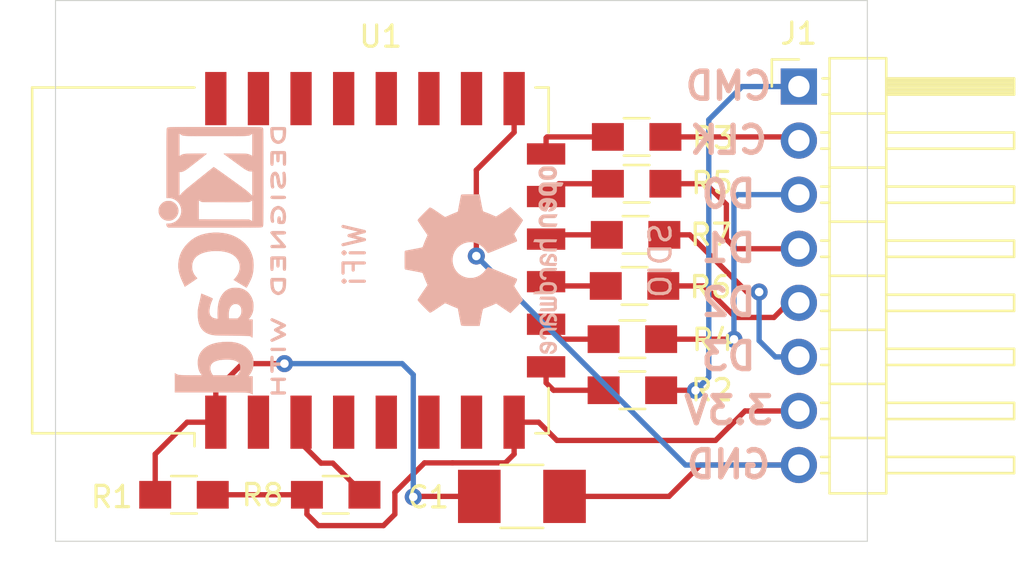
<source format=kicad_pcb>
(kicad_pcb (version 20171130) (host pcbnew "(5.1.6)-1")

  (general
    (thickness 1.6)
    (drawings 14)
    (tracks 89)
    (zones 0)
    (modules 13)
    (nets 36)
  )

  (page A4)
  (layers
    (0 F.Cu signal)
    (31 B.Cu signal)
    (32 B.Adhes user)
    (33 F.Adhes user)
    (34 B.Paste user)
    (35 F.Paste user)
    (36 B.SilkS user)
    (37 F.SilkS user)
    (38 B.Mask user)
    (39 F.Mask user)
    (40 Dwgs.User user)
    (41 Cmts.User user)
    (42 Eco1.User user)
    (43 Eco2.User user)
    (44 Edge.Cuts user)
    (45 Margin user)
    (46 B.CrtYd user)
    (47 F.CrtYd user)
    (48 B.Fab user)
    (49 F.Fab user)
  )

  (setup
    (last_trace_width 0.25)
    (trace_clearance 0.2)
    (zone_clearance 0.508)
    (zone_45_only no)
    (trace_min 0.2)
    (via_size 0.8)
    (via_drill 0.4)
    (via_min_size 0.4)
    (via_min_drill 0.3)
    (uvia_size 0.3)
    (uvia_drill 0.1)
    (uvias_allowed no)
    (uvia_min_size 0.2)
    (uvia_min_drill 0.1)
    (edge_width 0.05)
    (segment_width 0.2)
    (pcb_text_width 0.3)
    (pcb_text_size 1.5 1.5)
    (mod_edge_width 0.12)
    (mod_text_size 1 1)
    (mod_text_width 0.15)
    (pad_size 1.524 1.524)
    (pad_drill 0.762)
    (pad_to_mask_clearance 0.051)
    (solder_mask_min_width 0.25)
    (aux_axis_origin 0 0)
    (visible_elements 7FFFFFFF)
    (pcbplotparams
      (layerselection 0x010fc_ffffffff)
      (usegerberextensions false)
      (usegerberattributes false)
      (usegerberadvancedattributes false)
      (creategerberjobfile false)
      (excludeedgelayer true)
      (linewidth 0.100000)
      (plotframeref false)
      (viasonmask false)
      (mode 1)
      (useauxorigin false)
      (hpglpennumber 1)
      (hpglpenspeed 20)
      (hpglpendiameter 15.000000)
      (psnegative false)
      (psa4output false)
      (plotreference true)
      (plotvalue true)
      (plotinvisibletext false)
      (padsonsilk false)
      (subtractmaskfromsilk false)
      (outputformat 1)
      (mirror false)
      (drillshape 1)
      (scaleselection 1)
      (outputdirectory ""))
  )

  (net 0 "")
  (net 1 GND)
  (net 2 "Net-(C1-Pad1)")
  (net 3 +3V3)
  (net 4 "Net-(J1-Pad6)")
  (net 5 "Net-(J1-Pad5)")
  (net 6 "Net-(J1-Pad4)")
  (net 7 "Net-(J1-Pad3)")
  (net 8 "Net-(J1-Pad2)")
  (net 9 "Net-(J1-Pad1)")
  (net 10 "Net-(R2-Pad1)")
  (net 11 "Net-(R3-Pad1)")
  (net 12 "Net-(R4-Pad1)")
  (net 13 "Net-(R5-Pad1)")
  (net 14 "Net-(R6-Pad1)")
  (net 15 "Net-(R7-Pad1)")
  (net 16 "Net-(U1-Pad22)")
  (net 17 "Net-(U1-Pad21)")
  (net 18 "Net-(U1-Pad20)")
  (net 19 "Net-(U1-Pad19)")
  (net 20 "Net-(U1-Pad18)")
  (net 21 "Net-(U1-Pad17)")
  (net 22 "Net-(U1-Pad16)")
  (net 23 "Net-(U1-Pad7)")
  (net 24 "Net-(U1-Pad6)")
  (net 25 "Net-(U1-Pad5)")
  (net 26 "Net-(U1-Pad4)")
  (net 27 "Net-(R8-Pad1)")
  (net 28 "Net-(U1-Pad2)")
  (net 29 "Net-(J1-Pad8)")
  (net 30 "Net-(J1-Pad7)")
  (net 31 "Net-(R2-Pad2)")
  (net 32 "Net-(R3-Pad2)")
  (net 33 "Net-(R4-Pad2)")
  (net 34 "Net-(R5-Pad2)")
  (net 35 "Net-(R6-Pad2)")

  (net_class Default "This is the default net class."
    (clearance 0.2)
    (trace_width 0.25)
    (via_dia 0.8)
    (via_drill 0.4)
    (uvia_dia 0.3)
    (uvia_drill 0.1)
    (add_net +3V3)
    (add_net GND)
    (add_net "Net-(C1-Pad1)")
    (add_net "Net-(J1-Pad1)")
    (add_net "Net-(J1-Pad2)")
    (add_net "Net-(J1-Pad3)")
    (add_net "Net-(J1-Pad4)")
    (add_net "Net-(J1-Pad5)")
    (add_net "Net-(J1-Pad6)")
    (add_net "Net-(J1-Pad7)")
    (add_net "Net-(J1-Pad8)")
    (add_net "Net-(R2-Pad1)")
    (add_net "Net-(R2-Pad2)")
    (add_net "Net-(R3-Pad1)")
    (add_net "Net-(R3-Pad2)")
    (add_net "Net-(R4-Pad1)")
    (add_net "Net-(R4-Pad2)")
    (add_net "Net-(R5-Pad1)")
    (add_net "Net-(R5-Pad2)")
    (add_net "Net-(R6-Pad1)")
    (add_net "Net-(R6-Pad2)")
    (add_net "Net-(R7-Pad1)")
    (add_net "Net-(R8-Pad1)")
    (add_net "Net-(U1-Pad16)")
    (add_net "Net-(U1-Pad17)")
    (add_net "Net-(U1-Pad18)")
    (add_net "Net-(U1-Pad19)")
    (add_net "Net-(U1-Pad2)")
    (add_net "Net-(U1-Pad20)")
    (add_net "Net-(U1-Pad21)")
    (add_net "Net-(U1-Pad22)")
    (add_net "Net-(U1-Pad4)")
    (add_net "Net-(U1-Pad5)")
    (add_net "Net-(U1-Pad6)")
    (add_net "Net-(U1-Pad7)")
  )

  (module Symbols:OSHW-Logo2_9.8x8mm_SilkScreen (layer B.Cu) (tedit 0) (tstamp 5ECDA01D)
    (at 131.37388 117.3861 270)
    (descr "Open Source Hardware Symbol")
    (tags "Logo Symbol OSHW")
    (attr virtual)
    (fp_text reference REF*** (at 0 0 270) (layer B.SilkS) hide
      (effects (font (size 1 1) (thickness 0.15)) (justify mirror))
    )
    (fp_text value OSHW-Logo2_9.8x8mm_SilkScreen (at 0.75 0 270) (layer B.Fab) hide
      (effects (font (size 1 1) (thickness 0.15)) (justify mirror))
    )
    (fp_poly (pts (xy 0.139878 3.712224) (xy 0.245612 3.711645) (xy 0.322132 3.710078) (xy 0.374372 3.707028)
      (xy 0.407263 3.702004) (xy 0.425737 3.694511) (xy 0.434727 3.684056) (xy 0.439163 3.670147)
      (xy 0.439594 3.668346) (xy 0.446333 3.635855) (xy 0.458808 3.571748) (xy 0.475719 3.482849)
      (xy 0.495771 3.375981) (xy 0.517664 3.257967) (xy 0.518429 3.253822) (xy 0.540359 3.138169)
      (xy 0.560877 3.035986) (xy 0.578659 2.953402) (xy 0.592381 2.896544) (xy 0.600718 2.871542)
      (xy 0.601116 2.871099) (xy 0.625677 2.85889) (xy 0.676315 2.838544) (xy 0.742095 2.814455)
      (xy 0.742461 2.814326) (xy 0.825317 2.783182) (xy 0.923 2.743509) (xy 1.015077 2.703619)
      (xy 1.019434 2.701647) (xy 1.169407 2.63358) (xy 1.501498 2.860361) (xy 1.603374 2.929496)
      (xy 1.695657 2.991303) (xy 1.773003 3.042267) (xy 1.830064 3.078873) (xy 1.861495 3.097606)
      (xy 1.864479 3.098996) (xy 1.887321 3.09281) (xy 1.929982 3.062965) (xy 1.994128 3.008053)
      (xy 2.081421 2.926666) (xy 2.170535 2.840078) (xy 2.256441 2.754753) (xy 2.333327 2.676892)
      (xy 2.396564 2.611303) (xy 2.441523 2.562795) (xy 2.463576 2.536175) (xy 2.464396 2.534805)
      (xy 2.466834 2.516537) (xy 2.45765 2.486705) (xy 2.434574 2.441279) (xy 2.395337 2.37623)
      (xy 2.33767 2.28753) (xy 2.260795 2.173343) (xy 2.19257 2.072838) (xy 2.131582 1.982697)
      (xy 2.081356 1.908151) (xy 2.045416 1.854435) (xy 2.027287 1.826782) (xy 2.026146 1.824905)
      (xy 2.028359 1.79841) (xy 2.045138 1.746914) (xy 2.073142 1.680149) (xy 2.083122 1.658828)
      (xy 2.126672 1.563841) (xy 2.173134 1.456063) (xy 2.210877 1.362808) (xy 2.238073 1.293594)
      (xy 2.259675 1.240994) (xy 2.272158 1.213503) (xy 2.273709 1.211384) (xy 2.296668 1.207876)
      (xy 2.350786 1.198262) (xy 2.428868 1.183911) (xy 2.523719 1.166193) (xy 2.628143 1.146475)
      (xy 2.734944 1.126126) (xy 2.836926 1.106514) (xy 2.926894 1.089009) (xy 2.997653 1.074978)
      (xy 3.042006 1.065791) (xy 3.052885 1.063193) (xy 3.064122 1.056782) (xy 3.072605 1.042303)
      (xy 3.078714 1.014867) (xy 3.082832 0.969589) (xy 3.085341 0.90158) (xy 3.086621 0.805953)
      (xy 3.087054 0.67782) (xy 3.087077 0.625299) (xy 3.087077 0.198155) (xy 2.9845 0.177909)
      (xy 2.927431 0.16693) (xy 2.842269 0.150905) (xy 2.739372 0.131767) (xy 2.629096 0.111449)
      (xy 2.598615 0.105868) (xy 2.496855 0.086083) (xy 2.408205 0.066627) (xy 2.340108 0.049303)
      (xy 2.300004 0.035912) (xy 2.293323 0.031921) (xy 2.276919 0.003658) (xy 2.253399 -0.051109)
      (xy 2.227316 -0.121588) (xy 2.222142 -0.136769) (xy 2.187956 -0.230896) (xy 2.145523 -0.337101)
      (xy 2.103997 -0.432473) (xy 2.103792 -0.432916) (xy 2.03464 -0.582525) (xy 2.489512 -1.251617)
      (xy 2.1975 -1.544116) (xy 2.10918 -1.63117) (xy 2.028625 -1.707909) (xy 1.96036 -1.770237)
      (xy 1.908908 -1.814056) (xy 1.878794 -1.83527) (xy 1.874474 -1.836616) (xy 1.849111 -1.826016)
      (xy 1.797358 -1.796547) (xy 1.724868 -1.751705) (xy 1.637294 -1.694984) (xy 1.542612 -1.631462)
      (xy 1.446516 -1.566668) (xy 1.360837 -1.510287) (xy 1.291016 -1.465788) (xy 1.242494 -1.436639)
      (xy 1.220782 -1.426308) (xy 1.194293 -1.43505) (xy 1.144062 -1.458087) (xy 1.080451 -1.490631)
      (xy 1.073708 -1.494249) (xy 0.988046 -1.53721) (xy 0.929306 -1.558279) (xy 0.892772 -1.558503)
      (xy 0.873731 -1.538928) (xy 0.87362 -1.538654) (xy 0.864102 -1.515472) (xy 0.841403 -1.460441)
      (xy 0.807282 -1.377822) (xy 0.7635 -1.271872) (xy 0.711816 -1.146852) (xy 0.653992 -1.00702)
      (xy 0.597991 -0.871637) (xy 0.536447 -0.722234) (xy 0.479939 -0.583832) (xy 0.430161 -0.460673)
      (xy 0.388806 -0.357002) (xy 0.357568 -0.277059) (xy 0.338141 -0.225088) (xy 0.332154 -0.205692)
      (xy 0.347168 -0.183443) (xy 0.386439 -0.147982) (xy 0.438807 -0.108887) (xy 0.587941 0.014755)
      (xy 0.704511 0.156478) (xy 0.787118 0.313296) (xy 0.834366 0.482225) (xy 0.844857 0.660278)
      (xy 0.837231 0.742461) (xy 0.795682 0.912969) (xy 0.724123 1.063541) (xy 0.626995 1.192691)
      (xy 0.508734 1.298936) (xy 0.37378 1.38079) (xy 0.226571 1.436768) (xy 0.071544 1.465385)
      (xy -0.086861 1.465156) (xy -0.244206 1.434595) (xy -0.396054 1.372218) (xy -0.537965 1.27654)
      (xy -0.597197 1.222428) (xy -0.710797 1.08348) (xy -0.789894 0.931639) (xy -0.835014 0.771333)
      (xy -0.846684 0.606988) (xy -0.825431 0.443029) (xy -0.77178 0.283882) (xy -0.68626 0.133975)
      (xy -0.569395 -0.002267) (xy -0.438807 -0.108887) (xy -0.384412 -0.149642) (xy -0.345986 -0.184718)
      (xy -0.332154 -0.205726) (xy -0.339397 -0.228635) (xy -0.359995 -0.283365) (xy -0.392254 -0.365672)
      (xy -0.434479 -0.471315) (xy -0.484977 -0.59605) (xy -0.542052 -0.735636) (xy -0.598146 -0.87167)
      (xy -0.660033 -1.021201) (xy -0.717356 -1.159767) (xy -0.768356 -1.283107) (xy -0.811273 -1.386964)
      (xy -0.844347 -1.46708) (xy -0.865819 -1.519195) (xy -0.873775 -1.538654) (xy -0.892571 -1.558423)
      (xy -0.928926 -1.558365) (xy -0.987521 -1.537441) (xy -1.073032 -1.494613) (xy -1.073708 -1.494249)
      (xy -1.138093 -1.461012) (xy -1.190139 -1.436802) (xy -1.219488 -1.426404) (xy -1.220783 -1.426308)
      (xy -1.242876 -1.436855) (xy -1.291652 -1.466184) (xy -1.361669 -1.510827) (xy -1.447486 -1.567314)
      (xy -1.542612 -1.631462) (xy -1.63946 -1.696411) (xy -1.726747 -1.752896) (xy -1.798819 -1.797421)
      (xy -1.850023 -1.82649) (xy -1.874474 -1.836616) (xy -1.89699 -1.823307) (xy -1.942258 -1.786112)
      (xy -2.005756 -1.729128) (xy -2.082961 -1.656449) (xy -2.169349 -1.572171) (xy -2.197601 -1.544016)
      (xy -2.489713 -1.251416) (xy -2.267369 -0.925104) (xy -2.199798 -0.824897) (xy -2.140493 -0.734963)
      (xy -2.092783 -0.66051) (xy -2.059993 -0.606751) (xy -2.045452 -0.578894) (xy -2.045026 -0.576912)
      (xy -2.052692 -0.550655) (xy -2.073311 -0.497837) (xy -2.103315 -0.42731) (xy -2.124375 -0.380093)
      (xy -2.163752 -0.289694) (xy -2.200835 -0.198366) (xy -2.229585 -0.1212) (xy -2.237395 -0.097692)
      (xy -2.259583 -0.034916) (xy -2.281273 0.013589) (xy -2.293187 0.031921) (xy -2.319477 0.043141)
      (xy -2.376858 0.059046) (xy -2.457882 0.077833) (xy -2.555105 0.097701) (xy -2.598615 0.105868)
      (xy -2.709104 0.126171) (xy -2.815084 0.14583) (xy -2.906199 0.162912) (xy -2.972092 0.175482)
      (xy -2.9845 0.177909) (xy -3.087077 0.198155) (xy -3.087077 0.625299) (xy -3.086847 0.765754)
      (xy -3.085901 0.872021) (xy -3.083859 0.948987) (xy -3.080338 1.00154) (xy -3.074957 1.034567)
      (xy -3.067334 1.052955) (xy -3.057088 1.061592) (xy -3.052885 1.063193) (xy -3.02753 1.068873)
      (xy -2.971516 1.080205) (xy -2.892036 1.095821) (xy -2.796288 1.114353) (xy -2.691467 1.134431)
      (xy -2.584768 1.154688) (xy -2.483387 1.173754) (xy -2.394521 1.190261) (xy -2.325363 1.202841)
      (xy -2.283111 1.210125) (xy -2.27371 1.211384) (xy -2.265193 1.228237) (xy -2.24634 1.27313)
      (xy -2.220676 1.33757) (xy -2.210877 1.362808) (xy -2.171352 1.460314) (xy -2.124808 1.568041)
      (xy -2.083123 1.658828) (xy -2.05245 1.728247) (xy -2.032044 1.78529) (xy -2.025232 1.820223)
      (xy -2.026318 1.824905) (xy -2.040715 1.847009) (xy -2.073588 1.896169) (xy -2.12141 1.967152)
      (xy -2.180652 2.054722) (xy -2.247785 2.153643) (xy -2.261059 2.17317) (xy -2.338954 2.28886)
      (xy -2.396213 2.376956) (xy -2.435119 2.441514) (xy -2.457956 2.486589) (xy -2.467006 2.516237)
      (xy -2.464552 2.534515) (xy -2.464489 2.534631) (xy -2.445173 2.558639) (xy -2.402449 2.605053)
      (xy -2.340949 2.669063) (xy -2.265302 2.745855) (xy -2.180139 2.830618) (xy -2.170535 2.840078)
      (xy -2.06321 2.944011) (xy -1.980385 3.020325) (xy -1.920395 3.070429) (xy -1.881577 3.09573)
      (xy -1.86448 3.098996) (xy -1.839527 3.08475) (xy -1.787745 3.051844) (xy -1.71448 3.003792)
      (xy -1.62508 2.94411) (xy -1.524889 2.876312) (xy -1.501499 2.860361) (xy -1.169407 2.63358)
      (xy -1.019435 2.701647) (xy -0.92823 2.741315) (xy -0.830331 2.781209) (xy -0.746169 2.813017)
      (xy -0.742462 2.814326) (xy -0.676631 2.838424) (xy -0.625884 2.8588) (xy -0.601158 2.871064)
      (xy -0.601116 2.871099) (xy -0.593271 2.893266) (xy -0.579934 2.947783) (xy -0.56243 3.02852)
      (xy -0.542083 3.12935) (xy -0.520218 3.244144) (xy -0.518429 3.253822) (xy -0.496496 3.372096)
      (xy -0.47636 3.479458) (xy -0.45932 3.569083) (xy -0.446672 3.634149) (xy -0.439716 3.667832)
      (xy -0.439594 3.668346) (xy -0.435361 3.682675) (xy -0.427129 3.693493) (xy -0.409967 3.701294)
      (xy -0.378942 3.706571) (xy -0.329122 3.709818) (xy -0.255576 3.711528) (xy -0.153371 3.712193)
      (xy -0.017575 3.712307) (xy 0 3.712308) (xy 0.139878 3.712224)) (layer B.SilkS) (width 0.01))
    (fp_poly (pts (xy 4.245224 -2.647838) (xy 4.322528 -2.698361) (xy 4.359814 -2.74359) (xy 4.389353 -2.825663)
      (xy 4.391699 -2.890607) (xy 4.386385 -2.977445) (xy 4.186115 -3.065103) (xy 4.088739 -3.109887)
      (xy 4.025113 -3.145913) (xy 3.992029 -3.177117) (xy 3.98628 -3.207436) (xy 4.004658 -3.240805)
      (xy 4.024923 -3.262923) (xy 4.083889 -3.298393) (xy 4.148024 -3.300879) (xy 4.206926 -3.273235)
      (xy 4.250197 -3.21832) (xy 4.257936 -3.198928) (xy 4.295006 -3.138364) (xy 4.337654 -3.112552)
      (xy 4.396154 -3.090471) (xy 4.396154 -3.174184) (xy 4.390982 -3.23115) (xy 4.370723 -3.279189)
      (xy 4.328262 -3.334346) (xy 4.321951 -3.341514) (xy 4.27472 -3.390585) (xy 4.234121 -3.41692)
      (xy 4.183328 -3.429035) (xy 4.14122 -3.433003) (xy 4.065902 -3.433991) (xy 4.012286 -3.421466)
      (xy 3.978838 -3.402869) (xy 3.926268 -3.361975) (xy 3.889879 -3.317748) (xy 3.86685 -3.262126)
      (xy 3.854359 -3.187047) (xy 3.849587 -3.084449) (xy 3.849206 -3.032376) (xy 3.850501 -2.969948)
      (xy 3.968471 -2.969948) (xy 3.969839 -3.003438) (xy 3.973249 -3.008923) (xy 3.995753 -3.001472)
      (xy 4.044182 -2.981753) (xy 4.108908 -2.953718) (xy 4.122443 -2.947692) (xy 4.204244 -2.906096)
      (xy 4.249312 -2.869538) (xy 4.259217 -2.835296) (xy 4.235526 -2.800648) (xy 4.21596 -2.785339)
      (xy 4.14536 -2.754721) (xy 4.07928 -2.75978) (xy 4.023959 -2.797151) (xy 3.985636 -2.863473)
      (xy 3.973349 -2.916116) (xy 3.968471 -2.969948) (xy 3.850501 -2.969948) (xy 3.85173 -2.91072)
      (xy 3.861032 -2.82071) (xy 3.87946 -2.755167) (xy 3.90936 -2.706912) (xy 3.95308 -2.668767)
      (xy 3.972141 -2.65644) (xy 4.058726 -2.624336) (xy 4.153522 -2.622316) (xy 4.245224 -2.647838)) (layer B.SilkS) (width 0.01))
    (fp_poly (pts (xy 3.570807 -2.636782) (xy 3.594161 -2.646988) (xy 3.649902 -2.691134) (xy 3.697569 -2.754967)
      (xy 3.727048 -2.823087) (xy 3.731846 -2.85667) (xy 3.71576 -2.903556) (xy 3.680475 -2.928365)
      (xy 3.642644 -2.943387) (xy 3.625321 -2.946155) (xy 3.616886 -2.926066) (xy 3.60023 -2.882351)
      (xy 3.592923 -2.862598) (xy 3.551948 -2.794271) (xy 3.492622 -2.760191) (xy 3.416552 -2.761239)
      (xy 3.410918 -2.762581) (xy 3.370305 -2.781836) (xy 3.340448 -2.819375) (xy 3.320055 -2.879809)
      (xy 3.307836 -2.967751) (xy 3.3025 -3.087813) (xy 3.302 -3.151698) (xy 3.301752 -3.252403)
      (xy 3.300126 -3.321054) (xy 3.295801 -3.364673) (xy 3.287454 -3.390282) (xy 3.273765 -3.404903)
      (xy 3.253411 -3.415558) (xy 3.252234 -3.416095) (xy 3.213038 -3.432667) (xy 3.193619 -3.438769)
      (xy 3.190635 -3.420319) (xy 3.188081 -3.369323) (xy 3.18614 -3.292308) (xy 3.184997 -3.195805)
      (xy 3.184769 -3.125184) (xy 3.185932 -2.988525) (xy 3.190479 -2.884851) (xy 3.199999 -2.808108)
      (xy 3.216081 -2.752246) (xy 3.240313 -2.711212) (xy 3.274286 -2.678954) (xy 3.307833 -2.65644)
      (xy 3.388499 -2.626476) (xy 3.482381 -2.619718) (xy 3.570807 -2.636782)) (layer B.SilkS) (width 0.01))
    (fp_poly (pts (xy 2.887333 -2.633528) (xy 2.94359 -2.659117) (xy 2.987747 -2.690124) (xy 3.020101 -2.724795)
      (xy 3.042438 -2.76952) (xy 3.056546 -2.830692) (xy 3.064211 -2.914701) (xy 3.06722 -3.02794)
      (xy 3.067538 -3.102509) (xy 3.067538 -3.39342) (xy 3.017773 -3.416095) (xy 2.978576 -3.432667)
      (xy 2.959157 -3.438769) (xy 2.955442 -3.42061) (xy 2.952495 -3.371648) (xy 2.950691 -3.300153)
      (xy 2.950308 -3.243385) (xy 2.948661 -3.161371) (xy 2.944222 -3.096309) (xy 2.93774 -3.056467)
      (xy 2.93259 -3.048) (xy 2.897977 -3.056646) (xy 2.84364 -3.078823) (xy 2.780722 -3.108886)
      (xy 2.720368 -3.141192) (xy 2.673721 -3.170098) (xy 2.651926 -3.189961) (xy 2.651839 -3.190175)
      (xy 2.653714 -3.226935) (xy 2.670525 -3.262026) (xy 2.700039 -3.290528) (xy 2.743116 -3.300061)
      (xy 2.779932 -3.29895) (xy 2.832074 -3.298133) (xy 2.859444 -3.310349) (xy 2.875882 -3.342624)
      (xy 2.877955 -3.34871) (xy 2.885081 -3.394739) (xy 2.866024 -3.422687) (xy 2.816353 -3.436007)
      (xy 2.762697 -3.43847) (xy 2.666142 -3.42021) (xy 2.616159 -3.394131) (xy 2.554429 -3.332868)
      (xy 2.52169 -3.25767) (xy 2.518753 -3.178211) (xy 2.546424 -3.104167) (xy 2.588047 -3.057769)
      (xy 2.629604 -3.031793) (xy 2.694922 -2.998907) (xy 2.771038 -2.965557) (xy 2.783726 -2.960461)
      (xy 2.867333 -2.923565) (xy 2.91553 -2.891046) (xy 2.93103 -2.858718) (xy 2.91655 -2.822394)
      (xy 2.891692 -2.794) (xy 2.832939 -2.759039) (xy 2.768293 -2.756417) (xy 2.709008 -2.783358)
      (xy 2.666339 -2.837088) (xy 2.660739 -2.85095) (xy 2.628133 -2.901936) (xy 2.58053 -2.939787)
      (xy 2.520461 -2.97085) (xy 2.520461 -2.882768) (xy 2.523997 -2.828951) (xy 2.539156 -2.786534)
      (xy 2.572768 -2.741279) (xy 2.605035 -2.70642) (xy 2.655209 -2.657062) (xy 2.694193 -2.630547)
      (xy 2.736064 -2.619911) (xy 2.78346 -2.618154) (xy 2.887333 -2.633528)) (layer B.SilkS) (width 0.01))
    (fp_poly (pts (xy 2.395929 -2.636662) (xy 2.398911 -2.688068) (xy 2.401247 -2.766192) (xy 2.402749 -2.864857)
      (xy 2.403231 -2.968343) (xy 2.403231 -3.318533) (xy 2.341401 -3.380363) (xy 2.298793 -3.418462)
      (xy 2.26139 -3.433895) (xy 2.21027 -3.432918) (xy 2.189978 -3.430433) (xy 2.126554 -3.4232)
      (xy 2.074095 -3.419055) (xy 2.061308 -3.418672) (xy 2.018199 -3.421176) (xy 1.956544 -3.427462)
      (xy 1.932638 -3.430433) (xy 1.873922 -3.435028) (xy 1.834464 -3.425046) (xy 1.795338 -3.394228)
      (xy 1.781215 -3.380363) (xy 1.719385 -3.318533) (xy 1.719385 -2.663503) (xy 1.76915 -2.640829)
      (xy 1.812002 -2.624034) (xy 1.837073 -2.618154) (xy 1.843501 -2.636736) (xy 1.849509 -2.688655)
      (xy 1.854697 -2.768172) (xy 1.858664 -2.869546) (xy 1.860577 -2.955192) (xy 1.865923 -3.292231)
      (xy 1.91256 -3.298825) (xy 1.954976 -3.294214) (xy 1.97576 -3.279287) (xy 1.98157 -3.251377)
      (xy 1.98653 -3.191925) (xy 1.990246 -3.108466) (xy 1.992324 -3.008532) (xy 1.992624 -2.957104)
      (xy 1.992923 -2.661054) (xy 2.054454 -2.639604) (xy 2.098004 -2.62502) (xy 2.121694 -2.618219)
      (xy 2.122377 -2.618154) (xy 2.124754 -2.636642) (xy 2.127366 -2.687906) (xy 2.129995 -2.765649)
      (xy 2.132421 -2.863574) (xy 2.134115 -2.955192) (xy 2.139461 -3.292231) (xy 2.256692 -3.292231)
      (xy 2.262072 -2.984746) (xy 2.267451 -2.677261) (xy 2.324601 -2.647707) (xy 2.366797 -2.627413)
      (xy 2.39177 -2.618204) (xy 2.392491 -2.618154) (xy 2.395929 -2.636662)) (layer B.SilkS) (width 0.01))
    (fp_poly (pts (xy 1.602081 -2.780289) (xy 1.601833 -2.92632) (xy 1.600872 -3.038655) (xy 1.598794 -3.122678)
      (xy 1.595193 -3.183769) (xy 1.589665 -3.227309) (xy 1.581804 -3.258679) (xy 1.571207 -3.283262)
      (xy 1.563182 -3.297294) (xy 1.496728 -3.373388) (xy 1.41247 -3.421084) (xy 1.319249 -3.438199)
      (xy 1.2259 -3.422546) (xy 1.170312 -3.394418) (xy 1.111957 -3.34576) (xy 1.072186 -3.286333)
      (xy 1.04819 -3.208507) (xy 1.037161 -3.104652) (xy 1.035599 -3.028462) (xy 1.035809 -3.022986)
      (xy 1.172308 -3.022986) (xy 1.173141 -3.110355) (xy 1.176961 -3.168192) (xy 1.185746 -3.206029)
      (xy 1.201474 -3.233398) (xy 1.220266 -3.254042) (xy 1.283375 -3.29389) (xy 1.351137 -3.297295)
      (xy 1.415179 -3.264025) (xy 1.420164 -3.259517) (xy 1.441439 -3.236067) (xy 1.454779 -3.208166)
      (xy 1.462001 -3.166641) (xy 1.464923 -3.102316) (xy 1.465385 -3.0312) (xy 1.464383 -2.941858)
      (xy 1.460238 -2.882258) (xy 1.451236 -2.843089) (xy 1.435667 -2.81504) (xy 1.422902 -2.800144)
      (xy 1.3636 -2.762575) (xy 1.295301 -2.758057) (xy 1.23011 -2.786753) (xy 1.217528 -2.797406)
      (xy 1.196111 -2.821063) (xy 1.182744 -2.849251) (xy 1.175566 -2.891245) (xy 1.172719 -2.956319)
      (xy 1.172308 -3.022986) (xy 1.035809 -3.022986) (xy 1.040322 -2.905765) (xy 1.056362 -2.813577)
      (xy 1.086528 -2.744269) (xy 1.133629 -2.690211) (xy 1.170312 -2.662505) (xy 1.23699 -2.632572)
      (xy 1.314272 -2.618678) (xy 1.38611 -2.622397) (xy 1.426308 -2.6374) (xy 1.442082 -2.64167)
      (xy 1.45255 -2.62575) (xy 1.459856 -2.583089) (xy 1.465385 -2.518106) (xy 1.471437 -2.445732)
      (xy 1.479844 -2.402187) (xy 1.495141 -2.377287) (xy 1.521864 -2.360845) (xy 1.538654 -2.353564)
      (xy 1.602154 -2.326963) (xy 1.602081 -2.780289)) (layer B.SilkS) (width 0.01))
    (fp_poly (pts (xy 0.713362 -2.62467) (xy 0.802117 -2.657421) (xy 0.874022 -2.71535) (xy 0.902144 -2.756128)
      (xy 0.932802 -2.830954) (xy 0.932165 -2.885058) (xy 0.899987 -2.921446) (xy 0.888081 -2.927633)
      (xy 0.836675 -2.946925) (xy 0.810422 -2.941982) (xy 0.80153 -2.909587) (xy 0.801077 -2.891692)
      (xy 0.784797 -2.825859) (xy 0.742365 -2.779807) (xy 0.683388 -2.757564) (xy 0.617475 -2.763161)
      (xy 0.563895 -2.792229) (xy 0.545798 -2.80881) (xy 0.532971 -2.828925) (xy 0.524306 -2.859332)
      (xy 0.518696 -2.906788) (xy 0.515035 -2.97805) (xy 0.512215 -3.079875) (xy 0.511484 -3.112115)
      (xy 0.50882 -3.22241) (xy 0.505792 -3.300036) (xy 0.50125 -3.351396) (xy 0.494046 -3.38289)
      (xy 0.483033 -3.40092) (xy 0.46706 -3.411888) (xy 0.456834 -3.416733) (xy 0.413406 -3.433301)
      (xy 0.387842 -3.438769) (xy 0.379395 -3.420507) (xy 0.374239 -3.365296) (xy 0.372346 -3.272499)
      (xy 0.373689 -3.141478) (xy 0.374107 -3.121269) (xy 0.377058 -3.001733) (xy 0.380548 -2.914449)
      (xy 0.385514 -2.852591) (xy 0.392893 -2.809336) (xy 0.403624 -2.77786) (xy 0.418645 -2.751339)
      (xy 0.426502 -2.739975) (xy 0.471553 -2.689692) (xy 0.52194 -2.650581) (xy 0.528108 -2.647167)
      (xy 0.618458 -2.620212) (xy 0.713362 -2.62467)) (layer B.SilkS) (width 0.01))
    (fp_poly (pts (xy 0.053501 -2.626303) (xy 0.13006 -2.654733) (xy 0.130936 -2.655279) (xy 0.178285 -2.690127)
      (xy 0.213241 -2.730852) (xy 0.237825 -2.783925) (xy 0.254062 -2.855814) (xy 0.263975 -2.952992)
      (xy 0.269586 -3.081928) (xy 0.270077 -3.100298) (xy 0.277141 -3.377287) (xy 0.217695 -3.408028)
      (xy 0.174681 -3.428802) (xy 0.14871 -3.438646) (xy 0.147509 -3.438769) (xy 0.143014 -3.420606)
      (xy 0.139444 -3.371612) (xy 0.137248 -3.300031) (xy 0.136769 -3.242068) (xy 0.136758 -3.14817)
      (xy 0.132466 -3.089203) (xy 0.117503 -3.061079) (xy 0.085482 -3.059706) (xy 0.030014 -3.080998)
      (xy -0.053731 -3.120136) (xy -0.115311 -3.152643) (xy -0.146983 -3.180845) (xy -0.156294 -3.211582)
      (xy -0.156308 -3.213104) (xy -0.140943 -3.266054) (xy -0.095453 -3.29466) (xy -0.025834 -3.298803)
      (xy 0.024313 -3.298084) (xy 0.050754 -3.312527) (xy 0.067243 -3.347218) (xy 0.076733 -3.391416)
      (xy 0.063057 -3.416493) (xy 0.057907 -3.420082) (xy 0.009425 -3.434496) (xy -0.058469 -3.436537)
      (xy -0.128388 -3.426983) (xy -0.177932 -3.409522) (xy -0.24643 -3.351364) (xy -0.285366 -3.270408)
      (xy -0.293077 -3.20716) (xy -0.287193 -3.150111) (xy -0.265899 -3.103542) (xy -0.223735 -3.062181)
      (xy -0.155241 -3.020755) (xy -0.054956 -2.973993) (xy -0.048846 -2.97135) (xy 0.04149 -2.929617)
      (xy 0.097235 -2.895391) (xy 0.121129 -2.864635) (xy 0.115913 -2.833311) (xy 0.084328 -2.797383)
      (xy 0.074883 -2.789116) (xy 0.011617 -2.757058) (xy -0.053936 -2.758407) (xy -0.111028 -2.789838)
      (xy -0.148907 -2.848024) (xy -0.152426 -2.859446) (xy -0.1867 -2.914837) (xy -0.230191 -2.941518)
      (xy -0.293077 -2.96796) (xy -0.293077 -2.899548) (xy -0.273948 -2.80011) (xy -0.217169 -2.708902)
      (xy -0.187622 -2.678389) (xy -0.120458 -2.639228) (xy -0.035044 -2.6215) (xy 0.053501 -2.626303)) (layer B.SilkS) (width 0.01))
    (fp_poly (pts (xy -0.840154 -2.49212) (xy -0.834428 -2.57198) (xy -0.827851 -2.619039) (xy -0.818738 -2.639566)
      (xy -0.805402 -2.639829) (xy -0.801077 -2.637378) (xy -0.743556 -2.619636) (xy -0.668732 -2.620672)
      (xy -0.592661 -2.63891) (xy -0.545082 -2.662505) (xy -0.496298 -2.700198) (xy -0.460636 -2.742855)
      (xy -0.436155 -2.797057) (xy -0.420913 -2.869384) (xy -0.41297 -2.966419) (xy -0.410384 -3.094742)
      (xy -0.410338 -3.119358) (xy -0.410308 -3.39587) (xy -0.471839 -3.41732) (xy -0.515541 -3.431912)
      (xy -0.539518 -3.438706) (xy -0.540223 -3.438769) (xy -0.542585 -3.420345) (xy -0.544594 -3.369526)
      (xy -0.546099 -3.292993) (xy -0.546947 -3.19743) (xy -0.547077 -3.139329) (xy -0.547349 -3.024771)
      (xy -0.548748 -2.942667) (xy -0.552151 -2.886393) (xy -0.558433 -2.849326) (xy -0.568471 -2.824844)
      (xy -0.583139 -2.806325) (xy -0.592298 -2.797406) (xy -0.655211 -2.761466) (xy -0.723864 -2.758775)
      (xy -0.786152 -2.78917) (xy -0.797671 -2.800144) (xy -0.814567 -2.820779) (xy -0.826286 -2.845256)
      (xy -0.833767 -2.880647) (xy -0.837946 -2.934026) (xy -0.839763 -3.012466) (xy -0.840154 -3.120617)
      (xy -0.840154 -3.39587) (xy -0.901685 -3.41732) (xy -0.945387 -3.431912) (xy -0.969364 -3.438706)
      (xy -0.97007 -3.438769) (xy -0.971874 -3.420069) (xy -0.9735 -3.367322) (xy -0.974883 -3.285557)
      (xy -0.975958 -3.179805) (xy -0.97666 -3.055094) (xy -0.976923 -2.916455) (xy -0.976923 -2.381806)
      (xy -0.849923 -2.328236) (xy -0.840154 -2.49212)) (layer B.SilkS) (width 0.01))
    (fp_poly (pts (xy -2.465746 -2.599745) (xy -2.388714 -2.651567) (xy -2.329184 -2.726412) (xy -2.293622 -2.821654)
      (xy -2.286429 -2.891756) (xy -2.287246 -2.921009) (xy -2.294086 -2.943407) (xy -2.312888 -2.963474)
      (xy -2.349592 -2.985733) (xy -2.410138 -3.014709) (xy -2.500466 -3.054927) (xy -2.500923 -3.055129)
      (xy -2.584067 -3.09321) (xy -2.652247 -3.127025) (xy -2.698495 -3.152933) (xy -2.715842 -3.167295)
      (xy -2.715846 -3.167411) (xy -2.700557 -3.198685) (xy -2.664804 -3.233157) (xy -2.623758 -3.25799)
      (xy -2.602963 -3.262923) (xy -2.54623 -3.245862) (xy -2.497373 -3.203133) (xy -2.473535 -3.156155)
      (xy -2.450603 -3.121522) (xy -2.405682 -3.082081) (xy -2.352877 -3.048009) (xy -2.30629 -3.02948)
      (xy -2.296548 -3.028462) (xy -2.285582 -3.045215) (xy -2.284921 -3.088039) (xy -2.29298 -3.145781)
      (xy -2.308173 -3.207289) (xy -2.328914 -3.261409) (xy -2.329962 -3.26351) (xy -2.392379 -3.35066)
      (xy -2.473274 -3.409939) (xy -2.565144 -3.439034) (xy -2.660487 -3.435634) (xy -2.751802 -3.397428)
      (xy -2.755862 -3.394741) (xy -2.827694 -3.329642) (xy -2.874927 -3.244705) (xy -2.901066 -3.133021)
      (xy -2.904574 -3.101643) (xy -2.910787 -2.953536) (xy -2.903339 -2.884468) (xy -2.715846 -2.884468)
      (xy -2.71341 -2.927552) (xy -2.700086 -2.940126) (xy -2.666868 -2.930719) (xy -2.614506 -2.908483)
      (xy -2.555976 -2.88061) (xy -2.554521 -2.879872) (xy -2.504911 -2.853777) (xy -2.485 -2.836363)
      (xy -2.48991 -2.818107) (xy -2.510584 -2.79412) (xy -2.563181 -2.759406) (xy -2.619823 -2.756856)
      (xy -2.670631 -2.782119) (xy -2.705724 -2.830847) (xy -2.715846 -2.884468) (xy -2.903339 -2.884468)
      (xy -2.898008 -2.835036) (xy -2.865222 -2.741055) (xy -2.819579 -2.675215) (xy -2.737198 -2.608681)
      (xy -2.646454 -2.575676) (xy -2.553815 -2.573573) (xy -2.465746 -2.599745)) (layer B.SilkS) (width 0.01))
    (fp_poly (pts (xy -3.983114 -2.587256) (xy -3.891536 -2.635409) (xy -3.823951 -2.712905) (xy -3.799943 -2.762727)
      (xy -3.781262 -2.837533) (xy -3.771699 -2.932052) (xy -3.770792 -3.03521) (xy -3.778079 -3.135935)
      (xy -3.793097 -3.223153) (xy -3.815385 -3.285791) (xy -3.822235 -3.296579) (xy -3.903368 -3.377105)
      (xy -3.999734 -3.425336) (xy -4.104299 -3.43945) (xy -4.210032 -3.417629) (xy -4.239457 -3.404547)
      (xy -4.296759 -3.364231) (xy -4.34705 -3.310775) (xy -4.351803 -3.303995) (xy -4.371122 -3.271321)
      (xy -4.383892 -3.236394) (xy -4.391436 -3.190414) (xy -4.395076 -3.124584) (xy -4.396135 -3.030105)
      (xy -4.396154 -3.008923) (xy -4.396106 -3.002182) (xy -4.200769 -3.002182) (xy -4.199632 -3.091349)
      (xy -4.195159 -3.15052) (xy -4.185754 -3.188741) (xy -4.169824 -3.215053) (xy -4.161692 -3.223846)
      (xy -4.114942 -3.257261) (xy -4.069553 -3.255737) (xy -4.02366 -3.226752) (xy -3.996288 -3.195809)
      (xy -3.980077 -3.150643) (xy -3.970974 -3.07942) (xy -3.970349 -3.071114) (xy -3.968796 -2.942037)
      (xy -3.985035 -2.846172) (xy -4.018848 -2.784107) (xy -4.070016 -2.756432) (xy -4.08828 -2.754923)
      (xy -4.13624 -2.762513) (xy -4.169047 -2.788808) (xy -4.189105 -2.839095) (xy -4.198822 -2.918664)
      (xy -4.200769 -3.002182) (xy -4.396106 -3.002182) (xy -4.395426 -2.908249) (xy -4.392371 -2.837906)
      (xy -4.385678 -2.789163) (xy -4.37404 -2.753288) (xy -4.356147 -2.721548) (xy -4.352192 -2.715648)
      (xy -4.285733 -2.636104) (xy -4.213315 -2.589929) (xy -4.125151 -2.571599) (xy -4.095213 -2.570703)
      (xy -3.983114 -2.587256)) (layer B.SilkS) (width 0.01))
    (fp_poly (pts (xy -1.728336 -2.595089) (xy -1.665633 -2.631358) (xy -1.622039 -2.667358) (xy -1.590155 -2.705075)
      (xy -1.56819 -2.751199) (xy -1.554351 -2.812421) (xy -1.546847 -2.895431) (xy -1.543883 -3.006919)
      (xy -1.543539 -3.087062) (xy -1.543539 -3.382065) (xy -1.709615 -3.456515) (xy -1.719385 -3.133402)
      (xy -1.723421 -3.012729) (xy -1.727656 -2.925141) (xy -1.732903 -2.86465) (xy -1.739975 -2.825268)
      (xy -1.749689 -2.801007) (xy -1.762856 -2.78588) (xy -1.767081 -2.782606) (xy -1.831091 -2.757034)
      (xy -1.895792 -2.767153) (xy -1.934308 -2.794) (xy -1.949975 -2.813024) (xy -1.96082 -2.837988)
      (xy -1.967712 -2.875834) (xy -1.971521 -2.933502) (xy -1.973117 -3.017935) (xy -1.973385 -3.105928)
      (xy -1.973437 -3.216323) (xy -1.975328 -3.294463) (xy -1.981655 -3.347165) (xy -1.995017 -3.381242)
      (xy -2.018015 -3.403511) (xy -2.053246 -3.420787) (xy -2.100303 -3.438738) (xy -2.151697 -3.458278)
      (xy -2.145579 -3.111485) (xy -2.143116 -2.986468) (xy -2.140233 -2.894082) (xy -2.136102 -2.827881)
      (xy -2.129893 -2.78142) (xy -2.120774 -2.748256) (xy -2.107917 -2.721944) (xy -2.092416 -2.698729)
      (xy -2.017629 -2.624569) (xy -1.926372 -2.581684) (xy -1.827117 -2.571412) (xy -1.728336 -2.595089)) (layer B.SilkS) (width 0.01))
    (fp_poly (pts (xy -3.231114 -2.584505) (xy -3.156461 -2.621727) (xy -3.090569 -2.690261) (xy -3.072423 -2.715648)
      (xy -3.052655 -2.748866) (xy -3.039828 -2.784945) (xy -3.03249 -2.833098) (xy -3.029187 -2.902536)
      (xy -3.028462 -2.994206) (xy -3.031737 -3.11983) (xy -3.043123 -3.214154) (xy -3.064959 -3.284523)
      (xy -3.099581 -3.338286) (xy -3.14933 -3.382788) (xy -3.152986 -3.385423) (xy -3.202015 -3.412377)
      (xy -3.261055 -3.425712) (xy -3.336141 -3.429) (xy -3.458205 -3.429) (xy -3.458256 -3.547497)
      (xy -3.459392 -3.613492) (xy -3.466314 -3.652202) (xy -3.484402 -3.675419) (xy -3.519038 -3.694933)
      (xy -3.527355 -3.69892) (xy -3.56628 -3.717603) (xy -3.596417 -3.729403) (xy -3.618826 -3.730422)
      (xy -3.634567 -3.716761) (xy -3.644698 -3.684522) (xy -3.650277 -3.629804) (xy -3.652365 -3.548711)
      (xy -3.652019 -3.437344) (xy -3.6503 -3.291802) (xy -3.649763 -3.248269) (xy -3.647828 -3.098205)
      (xy -3.646096 -3.000042) (xy -3.458308 -3.000042) (xy -3.457252 -3.083364) (xy -3.452562 -3.13788)
      (xy -3.441949 -3.173837) (xy -3.423128 -3.201482) (xy -3.41035 -3.214965) (xy -3.35811 -3.254417)
      (xy -3.311858 -3.257628) (xy -3.264133 -3.225049) (xy -3.262923 -3.223846) (xy -3.243506 -3.198668)
      (xy -3.231693 -3.164447) (xy -3.225735 -3.111748) (xy -3.22388 -3.031131) (xy -3.223846 -3.013271)
      (xy -3.22833 -2.902175) (xy -3.242926 -2.825161) (xy -3.26935 -2.778147) (xy -3.309317 -2.75705)
      (xy -3.332416 -2.754923) (xy -3.387238 -2.7649) (xy -3.424842 -2.797752) (xy -3.447477 -2.857857)
      (xy -3.457394 -2.949598) (xy -3.458308 -3.000042) (xy -3.646096 -3.000042) (xy -3.645778 -2.98206)
      (xy -3.643127 -2.894679) (xy -3.639394 -2.830905) (xy -3.634093 -2.785582) (xy -3.626742 -2.753555)
      (xy -3.616857 -2.729668) (xy -3.603954 -2.708764) (xy -3.598421 -2.700898) (xy -3.525031 -2.626595)
      (xy -3.43224 -2.584467) (xy -3.324904 -2.572722) (xy -3.231114 -2.584505)) (layer B.SilkS) (width 0.01))
  )

  (module Symbols:KiCad-Logo2_6mm_SilkScreen (layer B.Cu) (tedit 0) (tstamp 5ECDA008)
    (at 119.09298 117.41404 270)
    (descr "KiCad Logo")
    (tags "Logo KiCad")
    (attr virtual)
    (fp_text reference REF*** (at 0 0 270) (layer B.SilkS) hide
      (effects (font (size 1 1) (thickness 0.15)) (justify mirror))
    )
    (fp_text value KiCad-Logo2_6mm_SilkScreen (at 0.75 0 270) (layer B.Fab) hide
      (effects (font (size 1 1) (thickness 0.15)) (justify mirror))
    )
    (fp_poly (pts (xy -2.273043 2.973429) (xy -2.176768 2.949191) (xy -2.090184 2.906359) (xy -2.015373 2.846581)
      (xy -1.954418 2.771506) (xy -1.909399 2.68278) (xy -1.883136 2.58647) (xy -1.877286 2.489205)
      (xy -1.89214 2.395346) (xy -1.92584 2.307489) (xy -1.976528 2.22823) (xy -2.042345 2.160164)
      (xy -2.121434 2.105888) (xy -2.211934 2.067998) (xy -2.2632 2.055574) (xy -2.307698 2.048053)
      (xy -2.341999 2.045081) (xy -2.37496 2.046906) (xy -2.415434 2.053775) (xy -2.448531 2.06075)
      (xy -2.541947 2.092259) (xy -2.625619 2.143383) (xy -2.697665 2.212571) (xy -2.7562 2.298272)
      (xy -2.770148 2.325511) (xy -2.786586 2.361878) (xy -2.796894 2.392418) (xy -2.80246 2.42455)
      (xy -2.804669 2.465693) (xy -2.804948 2.511778) (xy -2.800861 2.596135) (xy -2.787446 2.665414)
      (xy -2.762256 2.726039) (xy -2.722846 2.784433) (xy -2.684298 2.828698) (xy -2.612406 2.894516)
      (xy -2.537313 2.939947) (xy -2.454562 2.96715) (xy -2.376928 2.977424) (xy -2.273043 2.973429)) (layer B.SilkS) (width 0.01))
    (fp_poly (pts (xy 6.186507 0.527755) (xy 6.186526 0.293338) (xy 6.186552 0.080397) (xy 6.186625 -0.112168)
      (xy 6.186782 -0.285459) (xy 6.187064 -0.440576) (xy 6.187509 -0.57862) (xy 6.188156 -0.700692)
      (xy 6.189045 -0.807894) (xy 6.190213 -0.901326) (xy 6.191701 -0.98209) (xy 6.193546 -1.051286)
      (xy 6.195789 -1.110015) (xy 6.198469 -1.159379) (xy 6.201623 -1.200478) (xy 6.205292 -1.234413)
      (xy 6.209513 -1.262286) (xy 6.214327 -1.285198) (xy 6.219773 -1.304249) (xy 6.225888 -1.32054)
      (xy 6.232712 -1.335173) (xy 6.240285 -1.349249) (xy 6.248645 -1.363868) (xy 6.253839 -1.372974)
      (xy 6.288104 -1.433689) (xy 5.429955 -1.433689) (xy 5.429955 -1.337733) (xy 5.429224 -1.29437)
      (xy 5.427272 -1.261205) (xy 5.424463 -1.243424) (xy 5.423221 -1.241778) (xy 5.411799 -1.248662)
      (xy 5.389084 -1.266505) (xy 5.366385 -1.285879) (xy 5.3118 -1.326614) (xy 5.242321 -1.367617)
      (xy 5.16527 -1.405123) (xy 5.087965 -1.435364) (xy 5.057113 -1.445012) (xy 4.988616 -1.459578)
      (xy 4.905764 -1.469539) (xy 4.816371 -1.474583) (xy 4.728248 -1.474396) (xy 4.649207 -1.468666)
      (xy 4.611511 -1.462858) (xy 4.473414 -1.424797) (xy 4.346113 -1.367073) (xy 4.230292 -1.290211)
      (xy 4.126637 -1.194739) (xy 4.035833 -1.081179) (xy 3.969031 -0.970381) (xy 3.914164 -0.853625)
      (xy 3.872163 -0.734276) (xy 3.842167 -0.608283) (xy 3.823311 -0.471594) (xy 3.814732 -0.320158)
      (xy 3.814006 -0.242711) (xy 3.8161 -0.185934) (xy 4.645217 -0.185934) (xy 4.645424 -0.279002)
      (xy 4.648337 -0.366692) (xy 4.654 -0.443772) (xy 4.662455 -0.505009) (xy 4.665038 -0.51735)
      (xy 4.69684 -0.624633) (xy 4.738498 -0.711658) (xy 4.790363 -0.778642) (xy 4.852781 -0.825805)
      (xy 4.9261 -0.853365) (xy 5.010669 -0.861541) (xy 5.106835 -0.850551) (xy 5.170311 -0.834829)
      (xy 5.219454 -0.816639) (xy 5.273583 -0.790791) (xy 5.314244 -0.767089) (xy 5.3848 -0.720721)
      (xy 5.3848 0.42947) (xy 5.317392 0.473038) (xy 5.238867 0.51396) (xy 5.154681 0.540611)
      (xy 5.069557 0.552535) (xy 4.988216 0.549278) (xy 4.91538 0.530385) (xy 4.883426 0.514816)
      (xy 4.825501 0.471819) (xy 4.776544 0.415047) (xy 4.73539 0.342425) (xy 4.700874 0.251879)
      (xy 4.671833 0.141334) (xy 4.670552 0.135467) (xy 4.660381 0.073212) (xy 4.652739 -0.004594)
      (xy 4.64767 -0.09272) (xy 4.645217 -0.185934) (xy 3.8161 -0.185934) (xy 3.821857 -0.029895)
      (xy 3.843802 0.165941) (xy 3.879786 0.344668) (xy 3.929759 0.506155) (xy 3.993668 0.650274)
      (xy 4.071462 0.776894) (xy 4.163089 0.885885) (xy 4.268497 0.977117) (xy 4.313662 1.008068)
      (xy 4.414611 1.064215) (xy 4.517901 1.103826) (xy 4.627989 1.127986) (xy 4.74933 1.137781)
      (xy 4.841836 1.136735) (xy 4.97149 1.125769) (xy 5.084084 1.103954) (xy 5.182875 1.070286)
      (xy 5.271121 1.023764) (xy 5.319986 0.989552) (xy 5.349353 0.967638) (xy 5.371043 0.952667)
      (xy 5.379253 0.948267) (xy 5.380868 0.959096) (xy 5.382159 0.989749) (xy 5.383138 1.037474)
      (xy 5.383817 1.099521) (xy 5.38421 1.173138) (xy 5.38433 1.255573) (xy 5.384188 1.344075)
      (xy 5.383797 1.435893) (xy 5.383171 1.528276) (xy 5.38232 1.618472) (xy 5.38126 1.703729)
      (xy 5.380001 1.781297) (xy 5.378556 1.848424) (xy 5.376938 1.902359) (xy 5.375161 1.94035)
      (xy 5.374669 1.947333) (xy 5.367092 2.017749) (xy 5.355531 2.072898) (xy 5.337792 2.120019)
      (xy 5.311682 2.166353) (xy 5.305415 2.175933) (xy 5.280983 2.212622) (xy 6.186311 2.212622)
      (xy 6.186507 0.527755)) (layer B.SilkS) (width 0.01))
    (fp_poly (pts (xy 2.673574 1.133448) (xy 2.825492 1.113433) (xy 2.960756 1.079798) (xy 3.080239 1.032275)
      (xy 3.184815 0.970595) (xy 3.262424 0.907035) (xy 3.331265 0.832901) (xy 3.385006 0.753129)
      (xy 3.42791 0.660909) (xy 3.443384 0.617839) (xy 3.456244 0.578858) (xy 3.467446 0.542711)
      (xy 3.47712 0.507566) (xy 3.485396 0.47159) (xy 3.492403 0.43295) (xy 3.498272 0.389815)
      (xy 3.503131 0.340351) (xy 3.50711 0.282727) (xy 3.51034 0.215109) (xy 3.512949 0.135666)
      (xy 3.515067 0.042564) (xy 3.516824 -0.066027) (xy 3.518349 -0.191942) (xy 3.519772 -0.337012)
      (xy 3.521025 -0.479778) (xy 3.522351 -0.635968) (xy 3.523556 -0.771239) (xy 3.524766 -0.887246)
      (xy 3.526106 -0.985645) (xy 3.5277 -1.068093) (xy 3.529675 -1.136246) (xy 3.532156 -1.19176)
      (xy 3.535269 -1.236292) (xy 3.539138 -1.271498) (xy 3.543889 -1.299034) (xy 3.549648 -1.320556)
      (xy 3.556539 -1.337722) (xy 3.564689 -1.352186) (xy 3.574223 -1.365606) (xy 3.585266 -1.379638)
      (xy 3.589566 -1.385071) (xy 3.605386 -1.40791) (xy 3.612422 -1.423463) (xy 3.612444 -1.423922)
      (xy 3.601567 -1.426121) (xy 3.570582 -1.428147) (xy 3.521957 -1.429942) (xy 3.458163 -1.431451)
      (xy 3.381669 -1.432616) (xy 3.294944 -1.43338) (xy 3.200457 -1.433686) (xy 3.18955 -1.433689)
      (xy 2.766657 -1.433689) (xy 2.763395 -1.337622) (xy 2.760133 -1.241556) (xy 2.698044 -1.292543)
      (xy 2.600714 -1.360057) (xy 2.490813 -1.414749) (xy 2.404349 -1.444978) (xy 2.335278 -1.459666)
      (xy 2.251925 -1.469659) (xy 2.162159 -1.474646) (xy 2.073845 -1.474313) (xy 1.994851 -1.468351)
      (xy 1.958622 -1.462638) (xy 1.818603 -1.424776) (xy 1.692178 -1.369932) (xy 1.58026 -1.298924)
      (xy 1.483762 -1.212568) (xy 1.4036 -1.111679) (xy 1.340687 -0.997076) (xy 1.296312 -0.870984)
      (xy 1.283978 -0.814401) (xy 1.276368 -0.752202) (xy 1.272739 -0.677363) (xy 1.272245 -0.643467)
      (xy 1.27231 -0.640282) (xy 2.032248 -0.640282) (xy 2.041541 -0.715333) (xy 2.069728 -0.77916)
      (xy 2.118197 -0.834798) (xy 2.123254 -0.839211) (xy 2.171548 -0.874037) (xy 2.223257 -0.89662)
      (xy 2.283989 -0.90854) (xy 2.359352 -0.911383) (xy 2.377459 -0.910978) (xy 2.431278 -0.908325)
      (xy 2.471308 -0.902909) (xy 2.506324 -0.892745) (xy 2.545103 -0.87585) (xy 2.555745 -0.870672)
      (xy 2.616396 -0.834844) (xy 2.663215 -0.792212) (xy 2.675952 -0.776973) (xy 2.720622 -0.720462)
      (xy 2.720622 -0.524586) (xy 2.720086 -0.445939) (xy 2.718396 -0.387988) (xy 2.715428 -0.348875)
      (xy 2.711057 -0.326741) (xy 2.706972 -0.320274) (xy 2.691047 -0.317111) (xy 2.657264 -0.314488)
      (xy 2.61034 -0.312655) (xy 2.554993 -0.311857) (xy 2.546106 -0.311842) (xy 2.42533 -0.317096)
      (xy 2.32266 -0.333263) (xy 2.236106 -0.360961) (xy 2.163681 -0.400808) (xy 2.108751 -0.447758)
      (xy 2.064204 -0.505645) (xy 2.03948 -0.568693) (xy 2.032248 -0.640282) (xy 1.27231 -0.640282)
      (xy 1.274178 -0.549712) (xy 1.282522 -0.470812) (xy 1.298768 -0.39959) (xy 1.324405 -0.328864)
      (xy 1.348401 -0.276493) (xy 1.40702 -0.181196) (xy 1.485117 -0.09317) (xy 1.580315 -0.014017)
      (xy 1.690238 0.05466) (xy 1.81251 0.111259) (xy 1.944755 0.154179) (xy 2.009422 0.169118)
      (xy 2.145604 0.191223) (xy 2.294049 0.205806) (xy 2.445505 0.212187) (xy 2.572064 0.210555)
      (xy 2.73395 0.203776) (xy 2.72653 0.262755) (xy 2.707238 0.361908) (xy 2.676104 0.442628)
      (xy 2.632269 0.505534) (xy 2.574871 0.551244) (xy 2.503048 0.580378) (xy 2.415941 0.593553)
      (xy 2.312686 0.591389) (xy 2.274711 0.587388) (xy 2.13352 0.56222) (xy 1.996707 0.521186)
      (xy 1.902178 0.483185) (xy 1.857018 0.46381) (xy 1.818585 0.44824) (xy 1.792234 0.438595)
      (xy 1.784546 0.436548) (xy 1.774802 0.445626) (xy 1.758083 0.474595) (xy 1.734232 0.523783)
      (xy 1.703093 0.593516) (xy 1.664507 0.684121) (xy 1.65791 0.699911) (xy 1.627853 0.772228)
      (xy 1.600874 0.837575) (xy 1.578136 0.893094) (xy 1.560806 0.935928) (xy 1.550048 0.963219)
      (xy 1.546941 0.972058) (xy 1.55694 0.976813) (xy 1.583217 0.98209) (xy 1.611489 0.985769)
      (xy 1.641646 0.990526) (xy 1.689433 0.999972) (xy 1.750612 1.01318) (xy 1.820946 1.029224)
      (xy 1.896194 1.04718) (xy 1.924755 1.054203) (xy 2.029816 1.079791) (xy 2.11748 1.099853)
      (xy 2.192068 1.115031) (xy 2.257903 1.125965) (xy 2.319307 1.133296) (xy 2.380602 1.137665)
      (xy 2.44611 1.139713) (xy 2.504128 1.140111) (xy 2.673574 1.133448)) (layer B.SilkS) (width 0.01))
    (fp_poly (pts (xy 0.328429 2.050929) (xy 0.48857 2.029755) (xy 0.65251 1.989615) (xy 0.822313 1.930111)
      (xy 1.000043 1.850846) (xy 1.01131 1.845301) (xy 1.069005 1.817275) (xy 1.120552 1.793198)
      (xy 1.162191 1.774751) (xy 1.190162 1.763614) (xy 1.199733 1.761067) (xy 1.21895 1.756059)
      (xy 1.223561 1.751853) (xy 1.218458 1.74142) (xy 1.202418 1.715132) (xy 1.177288 1.675743)
      (xy 1.144914 1.626009) (xy 1.107143 1.568685) (xy 1.065822 1.506524) (xy 1.022798 1.442282)
      (xy 0.979917 1.378715) (xy 0.939026 1.318575) (xy 0.901971 1.26462) (xy 0.8706 1.219603)
      (xy 0.846759 1.186279) (xy 0.832294 1.167403) (xy 0.830309 1.165213) (xy 0.820191 1.169862)
      (xy 0.79785 1.187038) (xy 0.76728 1.21356) (xy 0.751536 1.228036) (xy 0.655047 1.303318)
      (xy 0.548336 1.358759) (xy 0.432832 1.393859) (xy 0.309962 1.40812) (xy 0.240561 1.406949)
      (xy 0.119423 1.389788) (xy 0.010205 1.353906) (xy -0.087418 1.299041) (xy -0.173772 1.22493)
      (xy -0.249185 1.131312) (xy -0.313982 1.017924) (xy -0.351399 0.931333) (xy -0.395252 0.795634)
      (xy -0.427572 0.64815) (xy -0.448443 0.492686) (xy -0.457949 0.333044) (xy -0.456173 0.173027)
      (xy -0.443197 0.016439) (xy -0.419106 -0.132918) (xy -0.383982 -0.27124) (xy -0.337908 -0.394724)
      (xy -0.321627 -0.428978) (xy -0.25338 -0.543064) (xy -0.172921 -0.639557) (xy -0.08143 -0.71767)
      (xy 0.019911 -0.776617) (xy 0.12992 -0.815612) (xy 0.247415 -0.833868) (xy 0.288883 -0.835211)
      (xy 0.410441 -0.82429) (xy 0.530878 -0.791474) (xy 0.648666 -0.737439) (xy 0.762277 -0.662865)
      (xy 0.853685 -0.584539) (xy 0.900215 -0.540008) (xy 1.081483 -0.837271) (xy 1.12658 -0.911433)
      (xy 1.167819 -0.979646) (xy 1.203735 -1.039459) (xy 1.232866 -1.08842) (xy 1.25375 -1.124079)
      (xy 1.264924 -1.143984) (xy 1.266375 -1.147079) (xy 1.258146 -1.156718) (xy 1.232567 -1.173999)
      (xy 1.192873 -1.197283) (xy 1.142297 -1.224934) (xy 1.084074 -1.255315) (xy 1.021437 -1.28679)
      (xy 0.957621 -1.317722) (xy 0.89586 -1.346473) (xy 0.839388 -1.371408) (xy 0.791438 -1.390889)
      (xy 0.767986 -1.399318) (xy 0.634221 -1.437133) (xy 0.496327 -1.462136) (xy 0.348622 -1.47514)
      (xy 0.221833 -1.477468) (xy 0.153878 -1.476373) (xy 0.088277 -1.474275) (xy 0.030847 -1.471434)
      (xy -0.012597 -1.468106) (xy -0.026702 -1.466422) (xy -0.165716 -1.437587) (xy -0.307243 -1.392468)
      (xy -0.444725 -1.33375) (xy -0.571606 -1.26412) (xy -0.649111 -1.211441) (xy -0.776519 -1.103239)
      (xy -0.894822 -0.976671) (xy -1.001828 -0.834866) (xy -1.095348 -0.680951) (xy -1.17319 -0.518053)
      (xy -1.217044 -0.400756) (xy -1.267292 -0.217128) (xy -1.300791 -0.022581) (xy -1.317551 0.178675)
      (xy -1.317584 0.382432) (xy -1.300899 0.584479) (xy -1.267507 0.780608) (xy -1.21742 0.966609)
      (xy -1.213603 0.978197) (xy -1.150719 1.14025) (xy -1.073972 1.288168) (xy -0.980758 1.426135)
      (xy -0.868473 1.558339) (xy -0.824608 1.603601) (xy -0.688466 1.727543) (xy -0.548509 1.830085)
      (xy -0.402589 1.912344) (xy -0.248558 1.975436) (xy -0.084268 2.020477) (xy 0.011289 2.037967)
      (xy 0.170023 2.053534) (xy 0.328429 2.050929)) (layer B.SilkS) (width 0.01))
    (fp_poly (pts (xy -2.9464 2.510946) (xy -2.935535 2.397007) (xy -2.903918 2.289384) (xy -2.853015 2.190385)
      (xy -2.784293 2.102316) (xy -2.699219 2.027484) (xy -2.602232 1.969616) (xy -2.495964 1.929995)
      (xy -2.38895 1.911427) (xy -2.2833 1.912566) (xy -2.181125 1.93207) (xy -2.084534 1.968594)
      (xy -1.995638 2.020795) (xy -1.916546 2.087327) (xy -1.849369 2.166848) (xy -1.796217 2.258013)
      (xy -1.759199 2.359477) (xy -1.740427 2.469898) (xy -1.738489 2.519794) (xy -1.738489 2.607733)
      (xy -1.68656 2.607733) (xy -1.650253 2.604889) (xy -1.623355 2.593089) (xy -1.596249 2.569351)
      (xy -1.557867 2.530969) (xy -1.557867 0.339398) (xy -1.557876 0.077261) (xy -1.557908 -0.163241)
      (xy -1.557972 -0.383048) (xy -1.558076 -0.583101) (xy -1.558227 -0.764344) (xy -1.558434 -0.927716)
      (xy -1.558706 -1.07416) (xy -1.55905 -1.204617) (xy -1.559474 -1.320029) (xy -1.559987 -1.421338)
      (xy -1.560597 -1.509484) (xy -1.561312 -1.58541) (xy -1.56214 -1.650057) (xy -1.563089 -1.704367)
      (xy -1.564167 -1.74928) (xy -1.565383 -1.78574) (xy -1.566745 -1.814687) (xy -1.568261 -1.837063)
      (xy -1.569938 -1.853809) (xy -1.571786 -1.865868) (xy -1.573813 -1.87418) (xy -1.576025 -1.879687)
      (xy -1.577108 -1.881537) (xy -1.581271 -1.888549) (xy -1.584805 -1.894996) (xy -1.588635 -1.9009)
      (xy -1.593682 -1.906286) (xy -1.600871 -1.911178) (xy -1.611123 -1.915598) (xy -1.625364 -1.919572)
      (xy -1.644514 -1.923121) (xy -1.669499 -1.92627) (xy -1.70124 -1.929042) (xy -1.740662 -1.931461)
      (xy -1.788686 -1.933551) (xy -1.846237 -1.935335) (xy -1.914237 -1.936837) (xy -1.99361 -1.93808)
      (xy -2.085279 -1.939089) (xy -2.190166 -1.939885) (xy -2.309196 -1.940494) (xy -2.44329 -1.940939)
      (xy -2.593373 -1.941243) (xy -2.760367 -1.94143) (xy -2.945196 -1.941524) (xy -3.148783 -1.941548)
      (xy -3.37205 -1.941525) (xy -3.615922 -1.94148) (xy -3.881321 -1.941437) (xy -3.919704 -1.941432)
      (xy -4.186682 -1.941389) (xy -4.432002 -1.941318) (xy -4.656583 -1.941213) (xy -4.861345 -1.941066)
      (xy -5.047206 -1.940869) (xy -5.215088 -1.940616) (xy -5.365908 -1.9403) (xy -5.500587 -1.939913)
      (xy -5.620044 -1.939447) (xy -5.725199 -1.938897) (xy -5.816971 -1.938253) (xy -5.896279 -1.937511)
      (xy -5.964043 -1.936661) (xy -6.021182 -1.935697) (xy -6.068617 -1.934611) (xy -6.107266 -1.933397)
      (xy -6.138049 -1.932047) (xy -6.161885 -1.930555) (xy -6.179694 -1.928911) (xy -6.192395 -1.927111)
      (xy -6.200908 -1.925145) (xy -6.205266 -1.923477) (xy -6.213728 -1.919906) (xy -6.221497 -1.91727)
      (xy -6.228602 -1.914634) (xy -6.235073 -1.911062) (xy -6.240939 -1.905621) (xy -6.246229 -1.897375)
      (xy -6.250974 -1.88539) (xy -6.255202 -1.868731) (xy -6.258943 -1.846463) (xy -6.262227 -1.817652)
      (xy -6.265083 -1.781363) (xy -6.26754 -1.736661) (xy -6.269629 -1.682611) (xy -6.271378 -1.618279)
      (xy -6.272817 -1.54273) (xy -6.273976 -1.45503) (xy -6.274883 -1.354243) (xy -6.275569 -1.239434)
      (xy -6.276063 -1.10967) (xy -6.276395 -0.964015) (xy -6.276593 -0.801535) (xy -6.276687 -0.621295)
      (xy -6.276708 -0.42236) (xy -6.276685 -0.203796) (xy -6.276646 0.035332) (xy -6.276622 0.29596)
      (xy -6.276622 0.338111) (xy -6.276636 0.601008) (xy -6.276661 0.842268) (xy -6.276671 1.062835)
      (xy -6.276642 1.263648) (xy -6.276548 1.445651) (xy -6.276362 1.609784) (xy -6.276059 1.756989)
      (xy -6.275614 1.888208) (xy -6.275034 1.998133) (xy -5.972197 1.998133) (xy -5.932407 1.940289)
      (xy -5.921236 1.924521) (xy -5.911166 1.910559) (xy -5.902138 1.897216) (xy -5.894097 1.883307)
      (xy -5.886986 1.867644) (xy -5.880747 1.849042) (xy -5.875325 1.826314) (xy -5.870662 1.798273)
      (xy -5.866701 1.763733) (xy -5.863385 1.721508) (xy -5.860659 1.670411) (xy -5.858464 1.609256)
      (xy -5.856745 1.536856) (xy -5.855444 1.452025) (xy -5.854505 1.353578) (xy -5.85387 1.240326)
      (xy -5.853484 1.111084) (xy -5.853288 0.964666) (xy -5.853227 0.799884) (xy -5.853243 0.615553)
      (xy -5.85328 0.410487) (xy -5.853289 0.287867) (xy -5.853265 0.070918) (xy -5.853231 -0.124642)
      (xy -5.853243 -0.299999) (xy -5.853358 -0.456341) (xy -5.85363 -0.594857) (xy -5.854118 -0.716734)
      (xy -5.854876 -0.82316) (xy -5.855962 -0.915322) (xy -5.857431 -0.994409) (xy -5.85934 -1.061608)
      (xy -5.861744 -1.118107) (xy -5.864701 -1.165093) (xy -5.868266 -1.203755) (xy -5.872495 -1.23528)
      (xy -5.877446 -1.260855) (xy -5.883173 -1.28167) (xy -5.889733 -1.298911) (xy -5.897183 -1.313765)
      (xy -5.905579 -1.327422) (xy -5.914976 -1.341069) (xy -5.925432 -1.355893) (xy -5.931523 -1.364783)
      (xy -5.970296 -1.4224) (xy -5.438732 -1.4224) (xy -5.315483 -1.422365) (xy -5.212987 -1.422215)
      (xy -5.12942 -1.421878) (xy -5.062956 -1.421286) (xy -5.011771 -1.420367) (xy -4.974041 -1.419051)
      (xy -4.94794 -1.417269) (xy -4.931644 -1.414951) (xy -4.923328 -1.412026) (xy -4.921168 -1.408424)
      (xy -4.923339 -1.404075) (xy -4.924535 -1.402645) (xy -4.949685 -1.365573) (xy -4.975583 -1.312772)
      (xy -4.999192 -1.25077) (xy -5.007461 -1.224357) (xy -5.012078 -1.206416) (xy -5.015979 -1.185355)
      (xy -5.019248 -1.159089) (xy -5.021966 -1.125532) (xy -5.024215 -1.082599) (xy -5.026077 -1.028204)
      (xy -5.027636 -0.960262) (xy -5.028972 -0.876688) (xy -5.030169 -0.775395) (xy -5.031308 -0.6543)
      (xy -5.031685 -0.6096) (xy -5.032702 -0.484449) (xy -5.03346 -0.380082) (xy -5.033903 -0.294707)
      (xy -5.03397 -0.226533) (xy -5.033605 -0.173765) (xy -5.032748 -0.134614) (xy -5.031341 -0.107285)
      (xy -5.029325 -0.089986) (xy -5.026643 -0.080926) (xy -5.023236 -0.078312) (xy -5.019044 -0.080351)
      (xy -5.014571 -0.084667) (xy -5.004216 -0.097602) (xy -4.982158 -0.126676) (xy -4.949957 -0.169759)
      (xy -4.909174 -0.224718) (xy -4.86137 -0.289423) (xy -4.808105 -0.361742) (xy -4.75094 -0.439544)
      (xy -4.691437 -0.520698) (xy -4.631155 -0.603072) (xy -4.571655 -0.684536) (xy -4.514498 -0.762957)
      (xy -4.461245 -0.836204) (xy -4.413457 -0.902147) (xy -4.372693 -0.958654) (xy -4.340516 -1.003593)
      (xy -4.318485 -1.034834) (xy -4.313917 -1.041466) (xy -4.290996 -1.078369) (xy -4.264188 -1.126359)
      (xy -4.238789 -1.175897) (xy -4.235568 -1.182577) (xy -4.21389 -1.230772) (xy -4.201304 -1.268334)
      (xy -4.195574 -1.30416) (xy -4.194456 -1.3462) (xy -4.19509 -1.4224) (xy -3.040651 -1.4224)
      (xy -3.131815 -1.328669) (xy -3.178612 -1.278775) (xy -3.228899 -1.222295) (xy -3.274944 -1.168026)
      (xy -3.295369 -1.142673) (xy -3.325807 -1.103128) (xy -3.365862 -1.049916) (xy -3.414361 -0.984667)
      (xy -3.470135 -0.909011) (xy -3.532011 -0.824577) (xy -3.598819 -0.732994) (xy -3.669387 -0.635892)
      (xy -3.742545 -0.534901) (xy -3.817121 -0.43165) (xy -3.891944 -0.327768) (xy -3.965843 -0.224885)
      (xy -4.037646 -0.124631) (xy -4.106184 -0.028636) (xy -4.170284 0.061473) (xy -4.228775 0.144064)
      (xy -4.280486 0.217508) (xy -4.324247 0.280176) (xy -4.358885 0.330439) (xy -4.38323 0.366666)
      (xy -4.396111 0.387229) (xy -4.397869 0.391332) (xy -4.38991 0.402658) (xy -4.369115 0.429838)
      (xy -4.336847 0.471171) (xy -4.29447 0.524956) (xy -4.243347 0.589494) (xy -4.184841 0.663082)
      (xy -4.120314 0.744022) (xy -4.051131 0.830612) (xy -3.978653 0.921152) (xy -3.904246 1.01394)
      (xy -3.844517 1.088298) (xy -2.833511 1.088298) (xy -2.827602 1.075341) (xy -2.813272 1.053092)
      (xy -2.812225 1.051609) (xy -2.793438 1.021456) (xy -2.773791 0.984625) (xy -2.769892 0.976489)
      (xy -2.766356 0.96806) (xy -2.76323 0.957941) (xy -2.760486 0.94474) (xy -2.758092 0.927062)
      (xy -2.756019 0.903516) (xy -2.754235 0.872707) (xy -2.752712 0.833243) (xy -2.751419 0.783731)
      (xy -2.750326 0.722777) (xy -2.749403 0.648989) (xy -2.748619 0.560972) (xy -2.747945 0.457335)
      (xy -2.74735 0.336684) (xy -2.746805 0.197626) (xy -2.746279 0.038768) (xy -2.745745 -0.140089)
      (xy -2.745206 -0.325207) (xy -2.744772 -0.489145) (xy -2.744509 -0.633303) (xy -2.744484 -0.759079)
      (xy -2.744765 -0.867871) (xy -2.745419 -0.961077) (xy -2.746514 -1.040097) (xy -2.748118 -1.106328)
      (xy -2.750297 -1.16117) (xy -2.753119 -1.206021) (xy -2.756651 -1.242278) (xy -2.760961 -1.271341)
      (xy -2.766117 -1.294609) (xy -2.772185 -1.313479) (xy -2.779233 -1.329351) (xy -2.787329 -1.343622)
      (xy -2.79654 -1.357691) (xy -2.80504 -1.370158) (xy -2.822176 -1.396452) (xy -2.832322 -1.414037)
      (xy -2.833511 -1.417257) (xy -2.822604 -1.418334) (xy -2.791411 -1.419335) (xy -2.742223 -1.420235)
      (xy -2.677333 -1.42101) (xy -2.59903 -1.421637) (xy -2.509607 -1.422091) (xy -2.411356 -1.422349)
      (xy -2.342445 -1.4224) (xy -2.237452 -1.42218) (xy -2.14061 -1.421548) (xy -2.054107 -1.420549)
      (xy -1.980132 -1.419227) (xy -1.920874 -1.417626) (xy -1.87852 -1.415791) (xy -1.85526 -1.413765)
      (xy -1.851378 -1.412493) (xy -1.859076 -1.397591) (xy -1.867074 -1.38956) (xy -1.880246 -1.372434)
      (xy -1.897485 -1.342183) (xy -1.909407 -1.317622) (xy -1.936045 -1.258711) (xy -1.93912 -0.081845)
      (xy -1.942195 1.095022) (xy -2.387853 1.095022) (xy -2.48567 1.094858) (xy -2.576064 1.094389)
      (xy -2.65663 1.093653) (xy -2.724962 1.092684) (xy -2.778656 1.09152) (xy -2.815305 1.090197)
      (xy -2.832504 1.088751) (xy -2.833511 1.088298) (xy -3.844517 1.088298) (xy -3.82927 1.107278)
      (xy -3.75509 1.199463) (xy -3.683069 1.288796) (xy -3.614569 1.373576) (xy -3.550955 1.452102)
      (xy -3.493588 1.522674) (xy -3.443833 1.583591) (xy -3.403052 1.633153) (xy -3.385888 1.653822)
      (xy -3.299596 1.754484) (xy -3.222997 1.837741) (xy -3.154183 1.905562) (xy -3.091248 1.959911)
      (xy -3.081867 1.967278) (xy -3.042356 1.997883) (xy -4.174116 1.998133) (xy -4.168827 1.950156)
      (xy -4.17213 1.892812) (xy -4.193661 1.824537) (xy -4.233635 1.744788) (xy -4.278943 1.672505)
      (xy -4.295161 1.64986) (xy -4.323214 1.612304) (xy -4.36143 1.561979) (xy -4.408137 1.501027)
      (xy -4.461661 1.431589) (xy -4.520331 1.355806) (xy -4.582475 1.27582) (xy -4.646421 1.193772)
      (xy -4.710495 1.111804) (xy -4.773027 1.032057) (xy -4.832343 0.956673) (xy -4.886771 0.887793)
      (xy -4.934639 0.827558) (xy -4.974275 0.778111) (xy -5.004006 0.741592) (xy -5.022161 0.720142)
      (xy -5.02522 0.716844) (xy -5.028079 0.724851) (xy -5.030293 0.755145) (xy -5.031857 0.807444)
      (xy -5.032767 0.881469) (xy -5.03302 0.976937) (xy -5.032613 1.093566) (xy -5.031704 1.213555)
      (xy -5.030382 1.345667) (xy -5.028857 1.457406) (xy -5.026881 1.550975) (xy -5.024206 1.628581)
      (xy -5.020582 1.692426) (xy -5.015761 1.744717) (xy -5.009494 1.787656) (xy -5.001532 1.823449)
      (xy -4.991627 1.8543) (xy -4.979531 1.882414) (xy -4.964993 1.909995) (xy -4.950311 1.935034)
      (xy -4.912314 1.998133) (xy -5.972197 1.998133) (xy -6.275034 1.998133) (xy -6.275001 2.004383)
      (xy -6.274195 2.106456) (xy -6.27317 2.195367) (xy -6.2719 2.272059) (xy -6.27036 2.337473)
      (xy -6.268524 2.392551) (xy -6.266367 2.438235) (xy -6.263863 2.475466) (xy -6.260987 2.505187)
      (xy -6.257713 2.528338) (xy -6.254015 2.545861) (xy -6.249869 2.558699) (xy -6.245247 2.567792)
      (xy -6.240126 2.574082) (xy -6.234478 2.578512) (xy -6.228279 2.582022) (xy -6.221504 2.585555)
      (xy -6.215508 2.589124) (xy -6.210275 2.5917) (xy -6.202099 2.594028) (xy -6.189886 2.596122)
      (xy -6.172541 2.597993) (xy -6.148969 2.599653) (xy -6.118077 2.601116) (xy -6.078768 2.602392)
      (xy -6.02995 2.603496) (xy -5.970527 2.604439) (xy -5.899404 2.605233) (xy -5.815488 2.605891)
      (xy -5.717683 2.606425) (xy -5.604894 2.606847) (xy -5.476029 2.607171) (xy -5.329991 2.607408)
      (xy -5.165686 2.60757) (xy -4.98202 2.60767) (xy -4.777897 2.60772) (xy -4.566753 2.607733)
      (xy -2.9464 2.607733) (xy -2.9464 2.510946)) (layer B.SilkS) (width 0.01))
    (fp_poly (pts (xy 6.228823 -2.274533) (xy 6.260202 -2.296776) (xy 6.287911 -2.324485) (xy 6.287911 -2.63392)
      (xy 6.287838 -2.725799) (xy 6.287495 -2.79784) (xy 6.286692 -2.85278) (xy 6.285241 -2.89336)
      (xy 6.282952 -2.922317) (xy 6.279636 -2.942391) (xy 6.275105 -2.956321) (xy 6.269169 -2.966845)
      (xy 6.264514 -2.9731) (xy 6.233783 -2.997673) (xy 6.198496 -3.000341) (xy 6.166245 -2.985271)
      (xy 6.155588 -2.976374) (xy 6.148464 -2.964557) (xy 6.144167 -2.945526) (xy 6.141991 -2.914992)
      (xy 6.141228 -2.868662) (xy 6.141155 -2.832871) (xy 6.141155 -2.698045) (xy 5.644444 -2.698045)
      (xy 5.644444 -2.8207) (xy 5.643931 -2.876787) (xy 5.641876 -2.915333) (xy 5.637508 -2.941361)
      (xy 5.630056 -2.959897) (xy 5.621047 -2.9731) (xy 5.590144 -2.997604) (xy 5.555196 -3.000506)
      (xy 5.521738 -2.983089) (xy 5.512604 -2.973959) (xy 5.506152 -2.961855) (xy 5.501897 -2.943001)
      (xy 5.499352 -2.91362) (xy 5.498029 -2.869937) (xy 5.497443 -2.808175) (xy 5.497375 -2.794)
      (xy 5.496891 -2.677631) (xy 5.496641 -2.581727) (xy 5.496723 -2.504177) (xy 5.497231 -2.442869)
      (xy 5.498262 -2.39569) (xy 5.499913 -2.36053) (xy 5.502279 -2.335276) (xy 5.505457 -2.317817)
      (xy 5.509544 -2.306041) (xy 5.514634 -2.297835) (xy 5.520266 -2.291645) (xy 5.552128 -2.271844)
      (xy 5.585357 -2.274533) (xy 5.616735 -2.296776) (xy 5.629433 -2.311126) (xy 5.637526 -2.326978)
      (xy 5.642042 -2.349554) (xy 5.644006 -2.384078) (xy 5.644444 -2.435776) (xy 5.644444 -2.551289)
      (xy 6.141155 -2.551289) (xy 6.141155 -2.432756) (xy 6.141662 -2.378148) (xy 6.143698 -2.341275)
      (xy 6.148035 -2.317307) (xy 6.155447 -2.301415) (xy 6.163733 -2.291645) (xy 6.195594 -2.271844)
      (xy 6.228823 -2.274533)) (layer B.SilkS) (width 0.01))
    (fp_poly (pts (xy 4.963065 -2.269163) (xy 5.041772 -2.269542) (xy 5.102863 -2.270333) (xy 5.148817 -2.27167)
      (xy 5.182114 -2.273683) (xy 5.205236 -2.276506) (xy 5.220662 -2.280269) (xy 5.230871 -2.285105)
      (xy 5.235813 -2.288822) (xy 5.261457 -2.321358) (xy 5.264559 -2.355138) (xy 5.248711 -2.385826)
      (xy 5.238348 -2.398089) (xy 5.227196 -2.40645) (xy 5.211035 -2.411657) (xy 5.185642 -2.414457)
      (xy 5.146798 -2.415596) (xy 5.09028 -2.415821) (xy 5.07918 -2.415822) (xy 4.933244 -2.415822)
      (xy 4.933244 -2.686756) (xy 4.933148 -2.772154) (xy 4.932711 -2.837864) (xy 4.931712 -2.886774)
      (xy 4.929928 -2.921773) (xy 4.927137 -2.945749) (xy 4.923117 -2.961593) (xy 4.917645 -2.972191)
      (xy 4.910666 -2.980267) (xy 4.877734 -3.000112) (xy 4.843354 -2.998548) (xy 4.812176 -2.975906)
      (xy 4.809886 -2.9731) (xy 4.802429 -2.962492) (xy 4.796747 -2.950081) (xy 4.792601 -2.93285)
      (xy 4.78975 -2.907784) (xy 4.787954 -2.871867) (xy 4.786972 -2.822083) (xy 4.786564 -2.755417)
      (xy 4.786489 -2.679589) (xy 4.786489 -2.415822) (xy 4.647127 -2.415822) (xy 4.587322 -2.415418)
      (xy 4.545918 -2.41384) (xy 4.518748 -2.410547) (xy 4.501646 -2.404992) (xy 4.490443 -2.396631)
      (xy 4.489083 -2.395178) (xy 4.472725 -2.361939) (xy 4.474172 -2.324362) (xy 4.492978 -2.291645)
      (xy 4.50025 -2.285298) (xy 4.509627 -2.280266) (xy 4.523609 -2.276396) (xy 4.544696 -2.273537)
      (xy 4.575389 -2.271535) (xy 4.618189 -2.270239) (xy 4.675595 -2.269498) (xy 4.75011 -2.269158)
      (xy 4.844233 -2.269068) (xy 4.86426 -2.269067) (xy 4.963065 -2.269163)) (layer B.SilkS) (width 0.01))
    (fp_poly (pts (xy 4.188614 -2.275877) (xy 4.212327 -2.290647) (xy 4.238978 -2.312227) (xy 4.238978 -2.633773)
      (xy 4.238893 -2.72783) (xy 4.238529 -2.801932) (xy 4.237724 -2.858704) (xy 4.236313 -2.900768)
      (xy 4.234133 -2.930748) (xy 4.231021 -2.951267) (xy 4.226814 -2.964949) (xy 4.221348 -2.974416)
      (xy 4.217472 -2.979082) (xy 4.186034 -2.999575) (xy 4.150233 -2.998739) (xy 4.118873 -2.981264)
      (xy 4.092222 -2.959684) (xy 4.092222 -2.312227) (xy 4.118873 -2.290647) (xy 4.144594 -2.274949)
      (xy 4.1656 -2.269067) (xy 4.188614 -2.275877)) (layer B.SilkS) (width 0.01))
    (fp_poly (pts (xy 3.744665 -2.271034) (xy 3.764255 -2.278035) (xy 3.76501 -2.278377) (xy 3.791613 -2.298678)
      (xy 3.80627 -2.319561) (xy 3.809138 -2.329352) (xy 3.808996 -2.342361) (xy 3.804961 -2.360895)
      (xy 3.796146 -2.387257) (xy 3.781669 -2.423752) (xy 3.760645 -2.472687) (xy 3.732188 -2.536365)
      (xy 3.695415 -2.617093) (xy 3.675175 -2.661216) (xy 3.638625 -2.739985) (xy 3.604315 -2.812423)
      (xy 3.573552 -2.87588) (xy 3.547648 -2.927708) (xy 3.52791 -2.965259) (xy 3.51565 -2.985884)
      (xy 3.513224 -2.988733) (xy 3.482183 -3.001302) (xy 3.447121 -2.999619) (xy 3.419 -2.984332)
      (xy 3.417854 -2.983089) (xy 3.406668 -2.966154) (xy 3.387904 -2.93317) (xy 3.363875 -2.88838)
      (xy 3.336897 -2.836032) (xy 3.327201 -2.816742) (xy 3.254014 -2.67015) (xy 3.17424 -2.829393)
      (xy 3.145767 -2.884415) (xy 3.11935 -2.932132) (xy 3.097148 -2.968893) (xy 3.081319 -2.991044)
      (xy 3.075954 -2.995741) (xy 3.034257 -3.002102) (xy 2.999849 -2.988733) (xy 2.989728 -2.974446)
      (xy 2.972214 -2.942692) (xy 2.948735 -2.896597) (xy 2.92072 -2.839285) (xy 2.889599 -2.77388)
      (xy 2.856799 -2.703507) (xy 2.82375 -2.631291) (xy 2.791881 -2.560355) (xy 2.762619 -2.493825)
      (xy 2.737395 -2.434826) (xy 2.717636 -2.386481) (xy 2.704772 -2.351915) (xy 2.700231 -2.334253)
      (xy 2.700277 -2.333613) (xy 2.711326 -2.311388) (xy 2.73341 -2.288753) (xy 2.73471 -2.287768)
      (xy 2.761853 -2.272425) (xy 2.786958 -2.272574) (xy 2.796368 -2.275466) (xy 2.807834 -2.281718)
      (xy 2.82001 -2.294014) (xy 2.834357 -2.314908) (xy 2.852336 -2.346949) (xy 2.875407 -2.392688)
      (xy 2.90503 -2.454677) (xy 2.931745 -2.511898) (xy 2.96248 -2.578226) (xy 2.990021 -2.637874)
      (xy 3.012938 -2.687725) (xy 3.029798 -2.724664) (xy 3.039173 -2.745573) (xy 3.04054 -2.748845)
      (xy 3.046689 -2.743497) (xy 3.060822 -2.721109) (xy 3.081057 -2.684946) (xy 3.105515 -2.638277)
      (xy 3.115248 -2.619022) (xy 3.148217 -2.554004) (xy 3.173643 -2.506654) (xy 3.193612 -2.474219)
      (xy 3.21021 -2.453946) (xy 3.225524 -2.443082) (xy 3.24164 -2.438875) (xy 3.252143 -2.4384)
      (xy 3.27067 -2.440042) (xy 3.286904 -2.446831) (xy 3.303035 -2.461566) (xy 3.321251 -2.487044)
      (xy 3.343739 -2.526061) (xy 3.372689 -2.581414) (xy 3.388662 -2.612903) (xy 3.41457 -2.663087)
      (xy 3.437167 -2.704704) (xy 3.454458 -2.734242) (xy 3.46445 -2.748189) (xy 3.465809 -2.74877)
      (xy 3.472261 -2.737793) (xy 3.486708 -2.70929) (xy 3.507703 -2.666244) (xy 3.533797 -2.611638)
      (xy 3.563546 -2.548454) (xy 3.57818 -2.517071) (xy 3.61625 -2.436078) (xy 3.646905 -2.373756)
      (xy 3.671737 -2.328071) (xy 3.692337 -2.296989) (xy 3.710298 -2.278478) (xy 3.72721 -2.270504)
      (xy 3.744665 -2.271034)) (layer B.SilkS) (width 0.01))
    (fp_poly (pts (xy 1.018309 -2.269275) (xy 1.147288 -2.273636) (xy 1.256991 -2.286861) (xy 1.349226 -2.309741)
      (xy 1.425802 -2.34307) (xy 1.488527 -2.387638) (xy 1.539212 -2.444236) (xy 1.579663 -2.513658)
      (xy 1.580459 -2.515351) (xy 1.604601 -2.577483) (xy 1.613203 -2.632509) (xy 1.606231 -2.687887)
      (xy 1.583654 -2.751073) (xy 1.579372 -2.760689) (xy 1.550172 -2.816966) (xy 1.517356 -2.860451)
      (xy 1.475002 -2.897417) (xy 1.41719 -2.934135) (xy 1.413831 -2.936052) (xy 1.363504 -2.960227)
      (xy 1.306621 -2.978282) (xy 1.239527 -2.990839) (xy 1.158565 -2.998522) (xy 1.060082 -3.001953)
      (xy 1.025286 -3.002251) (xy 0.859594 -3.002845) (xy 0.836197 -2.9731) (xy 0.829257 -2.963319)
      (xy 0.823842 -2.951897) (xy 0.819765 -2.936095) (xy 0.816837 -2.913175) (xy 0.814867 -2.880396)
      (xy 0.814225 -2.856089) (xy 0.970844 -2.856089) (xy 1.064726 -2.856089) (xy 1.119664 -2.854483)
      (xy 1.17606 -2.850255) (xy 1.222345 -2.844292) (xy 1.225139 -2.84379) (xy 1.307348 -2.821736)
      (xy 1.371114 -2.7886) (xy 1.418452 -2.742847) (xy 1.451382 -2.682939) (xy 1.457108 -2.667061)
      (xy 1.462721 -2.642333) (xy 1.460291 -2.617902) (xy 1.448467 -2.5854) (xy 1.44134 -2.569434)
      (xy 1.418 -2.527006) (xy 1.38988 -2.49724) (xy 1.35894 -2.476511) (xy 1.296966 -2.449537)
      (xy 1.217651 -2.429998) (xy 1.125253 -2.418746) (xy 1.058333 -2.41627) (xy 0.970844 -2.415822)
      (xy 0.970844 -2.856089) (xy 0.814225 -2.856089) (xy 0.813668 -2.835021) (xy 0.81305 -2.774311)
      (xy 0.812825 -2.695526) (xy 0.8128 -2.63392) (xy 0.8128 -2.324485) (xy 0.840509 -2.296776)
      (xy 0.852806 -2.285544) (xy 0.866103 -2.277853) (xy 0.884672 -2.27304) (xy 0.912786 -2.270446)
      (xy 0.954717 -2.26941) (xy 1.014737 -2.26927) (xy 1.018309 -2.269275)) (layer B.SilkS) (width 0.01))
    (fp_poly (pts (xy 0.230343 -2.26926) (xy 0.306701 -2.270174) (xy 0.365217 -2.272311) (xy 0.408255 -2.276175)
      (xy 0.438183 -2.282267) (xy 0.457368 -2.29109) (xy 0.468176 -2.303146) (xy 0.472973 -2.318939)
      (xy 0.474127 -2.33897) (xy 0.474133 -2.341335) (xy 0.473131 -2.363992) (xy 0.468396 -2.381503)
      (xy 0.457333 -2.394574) (xy 0.437348 -2.403913) (xy 0.405846 -2.410227) (xy 0.360232 -2.414222)
      (xy 0.297913 -2.416606) (xy 0.216293 -2.418086) (xy 0.191277 -2.418414) (xy -0.0508 -2.421467)
      (xy -0.054186 -2.486378) (xy -0.057571 -2.551289) (xy 0.110576 -2.551289) (xy 0.176266 -2.551531)
      (xy 0.223172 -2.552556) (xy 0.255083 -2.554811) (xy 0.275791 -2.558742) (xy 0.289084 -2.564798)
      (xy 0.298755 -2.573424) (xy 0.298817 -2.573493) (xy 0.316356 -2.607112) (xy 0.315722 -2.643448)
      (xy 0.297314 -2.674423) (xy 0.293671 -2.677607) (xy 0.280741 -2.685812) (xy 0.263024 -2.691521)
      (xy 0.23657 -2.695162) (xy 0.197432 -2.697167) (xy 0.141662 -2.697964) (xy 0.105994 -2.698045)
      (xy -0.056445 -2.698045) (xy -0.056445 -2.856089) (xy 0.190161 -2.856089) (xy 0.27158 -2.856231)
      (xy 0.33341 -2.856814) (xy 0.378637 -2.858068) (xy 0.410248 -2.860227) (xy 0.431231 -2.863523)
      (xy 0.444573 -2.868189) (xy 0.453261 -2.874457) (xy 0.45545 -2.876733) (xy 0.471614 -2.90828)
      (xy 0.472797 -2.944168) (xy 0.459536 -2.975285) (xy 0.449043 -2.985271) (xy 0.438129 -2.990769)
      (xy 0.421217 -2.995022) (xy 0.395633 -2.99818) (xy 0.358701 -3.000392) (xy 0.307746 -3.001806)
      (xy 0.240094 -3.002572) (xy 0.153069 -3.002838) (xy 0.133394 -3.002845) (xy 0.044911 -3.002787)
      (xy -0.023773 -3.002467) (xy -0.075436 -3.001667) (xy -0.112855 -3.000167) (xy -0.13881 -2.997749)
      (xy -0.156078 -2.994194) (xy -0.167438 -2.989282) (xy -0.175668 -2.982795) (xy -0.180183 -2.978138)
      (xy -0.186979 -2.969889) (xy -0.192288 -2.959669) (xy -0.196294 -2.9448) (xy -0.199179 -2.922602)
      (xy -0.201126 -2.890393) (xy -0.202319 -2.845496) (xy -0.202939 -2.785228) (xy -0.203171 -2.706911)
      (xy -0.2032 -2.640994) (xy -0.203129 -2.548628) (xy -0.202792 -2.476117) (xy -0.202002 -2.420737)
      (xy -0.200574 -2.379765) (xy -0.198321 -2.350478) (xy -0.195057 -2.330153) (xy -0.190596 -2.316066)
      (xy -0.184752 -2.305495) (xy -0.179803 -2.298811) (xy -0.156406 -2.269067) (xy 0.133774 -2.269067)
      (xy 0.230343 -2.26926)) (layer B.SilkS) (width 0.01))
    (fp_poly (pts (xy -1.300114 -2.273448) (xy -1.276548 -2.287273) (xy -1.245735 -2.309881) (xy -1.206078 -2.342338)
      (xy -1.15598 -2.385708) (xy -1.093843 -2.441058) (xy -1.018072 -2.509451) (xy -0.931334 -2.588084)
      (xy -0.750711 -2.751878) (xy -0.745067 -2.532029) (xy -0.743029 -2.456351) (xy -0.741063 -2.399994)
      (xy -0.738734 -2.359706) (xy -0.735606 -2.332235) (xy -0.731245 -2.314329) (xy -0.725216 -2.302737)
      (xy -0.717084 -2.294208) (xy -0.712772 -2.290623) (xy -0.678241 -2.27167) (xy -0.645383 -2.274441)
      (xy -0.619318 -2.290633) (xy -0.592667 -2.312199) (xy -0.589352 -2.627151) (xy -0.588435 -2.719779)
      (xy -0.587968 -2.792544) (xy -0.588113 -2.848161) (xy -0.589032 -2.889342) (xy -0.590887 -2.918803)
      (xy -0.593839 -2.939255) (xy -0.59805 -2.953413) (xy -0.603682 -2.963991) (xy -0.609927 -2.972474)
      (xy -0.623439 -2.988207) (xy -0.636883 -2.998636) (xy -0.652124 -3.002639) (xy -0.671026 -2.999094)
      (xy -0.695455 -2.986879) (xy -0.727273 -2.964871) (xy -0.768348 -2.931949) (xy -0.820542 -2.886991)
      (xy -0.885722 -2.828875) (xy -0.959556 -2.762099) (xy -1.224845 -2.521458) (xy -1.230489 -2.740589)
      (xy -1.232531 -2.816128) (xy -1.234502 -2.872354) (xy -1.236839 -2.912524) (xy -1.239981 -2.939896)
      (xy -1.244364 -2.957728) (xy -1.250424 -2.969279) (xy -1.2586 -2.977807) (xy -1.262784 -2.981282)
      (xy -1.299765 -3.000372) (xy -1.334708 -2.997493) (xy -1.365136 -2.9731) (xy -1.372097 -2.963286)
      (xy -1.377523 -2.951826) (xy -1.381603 -2.935968) (xy -1.384529 -2.912963) (xy -1.386492 -2.880062)
      (xy -1.387683 -2.834516) (xy -1.388292 -2.773573) (xy -1.388511 -2.694486) (xy -1.388534 -2.635956)
      (xy -1.38846 -2.544407) (xy -1.388113 -2.472687) (xy -1.387301 -2.418045) (xy -1.385833 -2.377732)
      (xy -1.383519 -2.348998) (xy -1.380167 -2.329093) (xy -1.375588 -2.315268) (xy -1.369589 -2.304772)
      (xy -1.365136 -2.298811) (xy -1.35385 -2.284691) (xy -1.343301 -2.274029) (xy -1.331893 -2.267892)
      (xy -1.31803 -2.267343) (xy -1.300114 -2.273448)) (layer B.SilkS) (width 0.01))
    (fp_poly (pts (xy -1.950081 -2.274599) (xy -1.881565 -2.286095) (xy -1.828943 -2.303967) (xy -1.794708 -2.327499)
      (xy -1.785379 -2.340924) (xy -1.775893 -2.372148) (xy -1.782277 -2.400395) (xy -1.80243 -2.427182)
      (xy -1.833745 -2.439713) (xy -1.879183 -2.438696) (xy -1.914326 -2.431906) (xy -1.992419 -2.418971)
      (xy -2.072226 -2.417742) (xy -2.161555 -2.428241) (xy -2.186229 -2.43269) (xy -2.269291 -2.456108)
      (xy -2.334273 -2.490945) (xy -2.380461 -2.536604) (xy -2.407145 -2.592494) (xy -2.412663 -2.621388)
      (xy -2.409051 -2.680012) (xy -2.385729 -2.731879) (xy -2.344824 -2.775978) (xy -2.288459 -2.811299)
      (xy -2.21876 -2.836829) (xy -2.137852 -2.851559) (xy -2.04786 -2.854478) (xy -1.95091 -2.844575)
      (xy -1.945436 -2.843641) (xy -1.906875 -2.836459) (xy -1.885494 -2.829521) (xy -1.876227 -2.819227)
      (xy -1.874006 -2.801976) (xy -1.873956 -2.792841) (xy -1.873956 -2.754489) (xy -1.942431 -2.754489)
      (xy -2.0029 -2.750347) (xy -2.044165 -2.737147) (xy -2.068175 -2.71373) (xy -2.076877 -2.678936)
      (xy -2.076983 -2.674394) (xy -2.071892 -2.644654) (xy -2.054433 -2.623419) (xy -2.021939 -2.609366)
      (xy -1.971743 -2.601173) (xy -1.923123 -2.598161) (xy -1.852456 -2.596433) (xy -1.801198 -2.59907)
      (xy -1.766239 -2.6088) (xy -1.74447 -2.628353) (xy -1.73278 -2.660456) (xy -1.72806 -2.707838)
      (xy -1.7272 -2.770071) (xy -1.728609 -2.839535) (xy -1.732848 -2.886786) (xy -1.739936 -2.912012)
      (xy -1.741311 -2.913988) (xy -1.780228 -2.945508) (xy -1.837286 -2.97047) (xy -1.908869 -2.98834)
      (xy -1.991358 -2.998586) (xy -2.081139 -3.000673) (xy -2.174592 -2.994068) (xy -2.229556 -2.985956)
      (xy -2.315766 -2.961554) (xy -2.395892 -2.921662) (xy -2.462977 -2.869887) (xy -2.473173 -2.859539)
      (xy -2.506302 -2.816035) (xy -2.536194 -2.762118) (xy -2.559357 -2.705592) (xy -2.572298 -2.654259)
      (xy -2.573858 -2.634544) (xy -2.567218 -2.593419) (xy -2.549568 -2.542252) (xy -2.524297 -2.488394)
      (xy -2.494789 -2.439195) (xy -2.468719 -2.406334) (xy -2.407765 -2.357452) (xy -2.328969 -2.318545)
      (xy -2.235157 -2.290494) (xy -2.12915 -2.274179) (xy -2.032 -2.270192) (xy -1.950081 -2.274599)) (layer B.SilkS) (width 0.01))
    (fp_poly (pts (xy -2.923822 -2.291645) (xy -2.917242 -2.299218) (xy -2.912079 -2.308987) (xy -2.908164 -2.323571)
      (xy -2.905324 -2.345585) (xy -2.903387 -2.377648) (xy -2.902183 -2.422375) (xy -2.901539 -2.482385)
      (xy -2.901284 -2.560294) (xy -2.901245 -2.635956) (xy -2.901314 -2.729802) (xy -2.901638 -2.803689)
      (xy -2.902386 -2.860232) (xy -2.903732 -2.902049) (xy -2.905846 -2.931757) (xy -2.9089 -2.951973)
      (xy -2.913066 -2.965314) (xy -2.918516 -2.974398) (xy -2.923822 -2.980267) (xy -2.956826 -2.999947)
      (xy -2.991991 -2.998181) (xy -3.023455 -2.976717) (xy -3.030684 -2.968337) (xy -3.036334 -2.958614)
      (xy -3.040599 -2.944861) (xy -3.043673 -2.924389) (xy -3.045752 -2.894512) (xy -3.04703 -2.852541)
      (xy -3.047701 -2.795789) (xy -3.047959 -2.721567) (xy -3.048 -2.637537) (xy -3.048 -2.324485)
      (xy -3.020291 -2.296776) (xy -2.986137 -2.273463) (xy -2.953006 -2.272623) (xy -2.923822 -2.291645)) (layer B.SilkS) (width 0.01))
    (fp_poly (pts (xy -3.691703 -2.270351) (xy -3.616888 -2.275581) (xy -3.547306 -2.28375) (xy -3.487002 -2.29455)
      (xy -3.44002 -2.307673) (xy -3.410406 -2.322813) (xy -3.40586 -2.327269) (xy -3.390054 -2.36185)
      (xy -3.394847 -2.397351) (xy -3.419364 -2.427725) (xy -3.420534 -2.428596) (xy -3.434954 -2.437954)
      (xy -3.450008 -2.442876) (xy -3.471005 -2.443473) (xy -3.503257 -2.439861) (xy -3.552073 -2.432154)
      (xy -3.556 -2.431505) (xy -3.628739 -2.422569) (xy -3.707217 -2.418161) (xy -3.785927 -2.418119)
      (xy -3.859361 -2.422279) (xy -3.922011 -2.430479) (xy -3.96837 -2.442557) (xy -3.971416 -2.443771)
      (xy -4.005048 -2.462615) (xy -4.016864 -2.481685) (xy -4.007614 -2.500439) (xy -3.978047 -2.518337)
      (xy -3.928911 -2.534837) (xy -3.860957 -2.549396) (xy -3.815645 -2.556406) (xy -3.721456 -2.569889)
      (xy -3.646544 -2.582214) (xy -3.587717 -2.594449) (xy -3.541785 -2.607661) (xy -3.505555 -2.622917)
      (xy -3.475838 -2.641285) (xy -3.449442 -2.663831) (xy -3.42823 -2.685971) (xy -3.403065 -2.716819)
      (xy -3.390681 -2.743345) (xy -3.386808 -2.776026) (xy -3.386667 -2.787995) (xy -3.389576 -2.827712)
      (xy -3.401202 -2.857259) (xy -3.421323 -2.883486) (xy -3.462216 -2.923576) (xy -3.507817 -2.954149)
      (xy -3.561513 -2.976203) (xy -3.626692 -2.990735) (xy -3.706744 -2.998741) (xy -3.805057 -3.001218)
      (xy -3.821289 -3.001177) (xy -3.886849 -2.999818) (xy -3.951866 -2.99673) (xy -4.009252 -2.992356)
      (xy -4.051922 -2.98714) (xy -4.055372 -2.986541) (xy -4.097796 -2.976491) (xy -4.13378 -2.963796)
      (xy -4.15415 -2.95219) (xy -4.173107 -2.921572) (xy -4.174427 -2.885918) (xy -4.158085 -2.854144)
      (xy -4.154429 -2.850551) (xy -4.139315 -2.839876) (xy -4.120415 -2.835276) (xy -4.091162 -2.836059)
      (xy -4.055651 -2.840127) (xy -4.01597 -2.843762) (xy -3.960345 -2.846828) (xy -3.895406 -2.849053)
      (xy -3.827785 -2.850164) (xy -3.81 -2.850237) (xy -3.742128 -2.849964) (xy -3.692454 -2.848646)
      (xy -3.65661 -2.845827) (xy -3.630224 -2.84105) (xy -3.608926 -2.833857) (xy -3.596126 -2.827867)
      (xy -3.568 -2.811233) (xy -3.550068 -2.796168) (xy -3.547447 -2.791897) (xy -3.552976 -2.774263)
      (xy -3.57926 -2.757192) (xy -3.624478 -2.741458) (xy -3.686808 -2.727838) (xy -3.705171 -2.724804)
      (xy -3.80109 -2.709738) (xy -3.877641 -2.697146) (xy -3.93778 -2.686111) (xy -3.98446 -2.67572)
      (xy -4.020637 -2.665056) (xy -4.049265 -2.653205) (xy -4.073298 -2.639251) (xy -4.095692 -2.622281)
      (xy -4.119402 -2.601378) (xy -4.12738 -2.594049) (xy -4.155353 -2.566699) (xy -4.17016 -2.545029)
      (xy -4.175952 -2.520232) (xy -4.176889 -2.488983) (xy -4.166575 -2.427705) (xy -4.135752 -2.37564)
      (xy -4.084595 -2.332958) (xy -4.013283 -2.299825) (xy -3.9624 -2.284964) (xy -3.9071 -2.275366)
      (xy -3.840853 -2.269936) (xy -3.767706 -2.268367) (xy -3.691703 -2.270351)) (layer B.SilkS) (width 0.01))
    (fp_poly (pts (xy -4.712794 -2.269146) (xy -4.643386 -2.269518) (xy -4.590997 -2.270385) (xy -4.552847 -2.271946)
      (xy -4.526159 -2.274403) (xy -4.508153 -2.277957) (xy -4.496049 -2.28281) (xy -4.487069 -2.289161)
      (xy -4.483818 -2.292084) (xy -4.464043 -2.323142) (xy -4.460482 -2.358828) (xy -4.473491 -2.39051)
      (xy -4.479506 -2.396913) (xy -4.489235 -2.403121) (xy -4.504901 -2.40791) (xy -4.529408 -2.411514)
      (xy -4.565661 -2.414164) (xy -4.616565 -2.416095) (xy -4.685026 -2.417539) (xy -4.747617 -2.418418)
      (xy -4.995334 -2.421467) (xy -4.998719 -2.486378) (xy -5.002105 -2.551289) (xy -4.833958 -2.551289)
      (xy -4.760959 -2.551919) (xy -4.707517 -2.554553) (xy -4.670628 -2.560309) (xy -4.647288 -2.570304)
      (xy -4.634494 -2.585656) (xy -4.629242 -2.607482) (xy -4.628445 -2.627738) (xy -4.630923 -2.652592)
      (xy -4.640277 -2.670906) (xy -4.659383 -2.683637) (xy -4.691118 -2.691741) (xy -4.738359 -2.696176)
      (xy -4.803983 -2.697899) (xy -4.839801 -2.698045) (xy -5.000978 -2.698045) (xy -5.000978 -2.856089)
      (xy -4.752622 -2.856089) (xy -4.671213 -2.856202) (xy -4.609342 -2.856712) (xy -4.563968 -2.85787)
      (xy -4.532054 -2.85993) (xy -4.510559 -2.863146) (xy -4.496443 -2.867772) (xy -4.486668 -2.874059)
      (xy -4.481689 -2.878667) (xy -4.46461 -2.90556) (xy -4.459111 -2.929467) (xy -4.466963 -2.958667)
      (xy -4.481689 -2.980267) (xy -4.489546 -2.987066) (xy -4.499688 -2.992346) (xy -4.514844 -2.996298)
      (xy -4.537741 -2.999113) (xy -4.571109 -3.000982) (xy -4.617675 -3.002098) (xy -4.680167 -3.002651)
      (xy -4.761314 -3.002833) (xy -4.803422 -3.002845) (xy -4.893598 -3.002765) (xy -4.963924 -3.002398)
      (xy -5.017129 -3.001552) (xy -5.05594 -3.000036) (xy -5.083087 -2.997659) (xy -5.101298 -2.994229)
      (xy -5.1133 -2.989554) (xy -5.121822 -2.983444) (xy -5.125156 -2.980267) (xy -5.131755 -2.97267)
      (xy -5.136927 -2.96287) (xy -5.140846 -2.948239) (xy -5.143684 -2.926152) (xy -5.145615 -2.893982)
      (xy -5.146812 -2.849103) (xy -5.147448 -2.788889) (xy -5.147697 -2.710713) (xy -5.147734 -2.637923)
      (xy -5.1477 -2.544707) (xy -5.147465 -2.471431) (xy -5.14683 -2.415458) (xy -5.145594 -2.374151)
      (xy -5.143556 -2.344872) (xy -5.140517 -2.324984) (xy -5.136277 -2.31185) (xy -5.130635 -2.302832)
      (xy -5.123391 -2.295293) (xy -5.121606 -2.293612) (xy -5.112945 -2.286172) (xy -5.102882 -2.280409)
      (xy -5.088625 -2.276112) (xy -5.067383 -2.273064) (xy -5.036364 -2.271051) (xy -4.992777 -2.26986)
      (xy -4.933831 -2.269275) (xy -4.856734 -2.269083) (xy -4.802001 -2.269067) (xy -4.712794 -2.269146)) (layer B.SilkS) (width 0.01))
    (fp_poly (pts (xy -6.121371 -2.269066) (xy -6.081889 -2.269467) (xy -5.9662 -2.272259) (xy -5.869311 -2.28055)
      (xy -5.787919 -2.295232) (xy -5.718723 -2.317193) (xy -5.65842 -2.347322) (xy -5.603708 -2.38651)
      (xy -5.584167 -2.403532) (xy -5.55175 -2.443363) (xy -5.52252 -2.497413) (xy -5.499991 -2.557323)
      (xy -5.487679 -2.614739) (xy -5.4864 -2.635956) (xy -5.494417 -2.694769) (xy -5.515899 -2.759013)
      (xy -5.546999 -2.819821) (xy -5.583866 -2.86833) (xy -5.589854 -2.874182) (xy -5.640579 -2.915321)
      (xy -5.696125 -2.947435) (xy -5.759696 -2.971365) (xy -5.834494 -2.987953) (xy -5.923722 -2.998041)
      (xy -6.030582 -3.002469) (xy -6.079528 -3.002845) (xy -6.141762 -3.002545) (xy -6.185528 -3.001292)
      (xy -6.214931 -2.998554) (xy -6.234079 -2.993801) (xy -6.247077 -2.986501) (xy -6.254045 -2.980267)
      (xy -6.260626 -2.972694) (xy -6.265788 -2.962924) (xy -6.269703 -2.94834) (xy -6.272543 -2.926326)
      (xy -6.27448 -2.894264) (xy -6.275684 -2.849536) (xy -6.276328 -2.789526) (xy -6.276583 -2.711617)
      (xy -6.276622 -2.635956) (xy -6.27687 -2.535041) (xy -6.276817 -2.454427) (xy -6.275857 -2.415822)
      (xy -6.129867 -2.415822) (xy -6.129867 -2.856089) (xy -6.036734 -2.856004) (xy -5.980693 -2.854396)
      (xy -5.921999 -2.850256) (xy -5.873028 -2.844464) (xy -5.871538 -2.844226) (xy -5.792392 -2.82509)
      (xy -5.731002 -2.795287) (xy -5.684305 -2.752878) (xy -5.654635 -2.706961) (xy -5.636353 -2.656026)
      (xy -5.637771 -2.6082) (xy -5.658988 -2.556933) (xy -5.700489 -2.503899) (xy -5.757998 -2.4646)
      (xy -5.83275 -2.438331) (xy -5.882708 -2.429035) (xy -5.939416 -2.422507) (xy -5.999519 -2.417782)
      (xy -6.050639 -2.415817) (xy -6.053667 -2.415808) (xy -6.129867 -2.415822) (xy -6.275857 -2.415822)
      (xy -6.27526 -2.391851) (xy -6.270998 -2.345055) (xy -6.26283 -2.311778) (xy -6.249556 -2.289759)
      (xy -6.229974 -2.276739) (xy -6.202883 -2.270457) (xy -6.167082 -2.268653) (xy -6.121371 -2.269066)) (layer B.SilkS) (width 0.01))
  )

  (module Pin_Headers:Pin_Header_Angled_1x08_Pitch2.54mm (layer F.Cu) (tedit 59650532) (tstamp 5ECD9DEE)
    (at 146.1643 109.2327)
    (descr "Through hole angled pin header, 1x08, 2.54mm pitch, 6mm pin length, single row")
    (tags "Through hole angled pin header THT 1x08 2.54mm single row")
    (path /5EBE2CBA)
    (fp_text reference J1 (at -0.00254 -2.48666) (layer F.SilkS)
      (effects (font (size 1 1) (thickness 0.15)))
    )
    (fp_text value Conn_01x08 (at 4.385 20.05) (layer F.Fab)
      (effects (font (size 1 1) (thickness 0.15)))
    )
    (fp_line (start 10.55 -1.8) (end -1.8 -1.8) (layer F.CrtYd) (width 0.05))
    (fp_line (start 10.55 19.55) (end 10.55 -1.8) (layer F.CrtYd) (width 0.05))
    (fp_line (start -1.8 19.55) (end 10.55 19.55) (layer F.CrtYd) (width 0.05))
    (fp_line (start -1.8 -1.8) (end -1.8 19.55) (layer F.CrtYd) (width 0.05))
    (fp_line (start -1.27 -1.27) (end 0 -1.27) (layer F.SilkS) (width 0.12))
    (fp_line (start -1.27 0) (end -1.27 -1.27) (layer F.SilkS) (width 0.12))
    (fp_line (start 1.042929 18.16) (end 1.44 18.16) (layer F.SilkS) (width 0.12))
    (fp_line (start 1.042929 17.4) (end 1.44 17.4) (layer F.SilkS) (width 0.12))
    (fp_line (start 10.1 18.16) (end 4.1 18.16) (layer F.SilkS) (width 0.12))
    (fp_line (start 10.1 17.4) (end 10.1 18.16) (layer F.SilkS) (width 0.12))
    (fp_line (start 4.1 17.4) (end 10.1 17.4) (layer F.SilkS) (width 0.12))
    (fp_line (start 1.44 16.51) (end 4.1 16.51) (layer F.SilkS) (width 0.12))
    (fp_line (start 1.042929 15.62) (end 1.44 15.62) (layer F.SilkS) (width 0.12))
    (fp_line (start 1.042929 14.86) (end 1.44 14.86) (layer F.SilkS) (width 0.12))
    (fp_line (start 10.1 15.62) (end 4.1 15.62) (layer F.SilkS) (width 0.12))
    (fp_line (start 10.1 14.86) (end 10.1 15.62) (layer F.SilkS) (width 0.12))
    (fp_line (start 4.1 14.86) (end 10.1 14.86) (layer F.SilkS) (width 0.12))
    (fp_line (start 1.44 13.97) (end 4.1 13.97) (layer F.SilkS) (width 0.12))
    (fp_line (start 1.042929 13.08) (end 1.44 13.08) (layer F.SilkS) (width 0.12))
    (fp_line (start 1.042929 12.32) (end 1.44 12.32) (layer F.SilkS) (width 0.12))
    (fp_line (start 10.1 13.08) (end 4.1 13.08) (layer F.SilkS) (width 0.12))
    (fp_line (start 10.1 12.32) (end 10.1 13.08) (layer F.SilkS) (width 0.12))
    (fp_line (start 4.1 12.32) (end 10.1 12.32) (layer F.SilkS) (width 0.12))
    (fp_line (start 1.44 11.43) (end 4.1 11.43) (layer F.SilkS) (width 0.12))
    (fp_line (start 1.042929 10.54) (end 1.44 10.54) (layer F.SilkS) (width 0.12))
    (fp_line (start 1.042929 9.78) (end 1.44 9.78) (layer F.SilkS) (width 0.12))
    (fp_line (start 10.1 10.54) (end 4.1 10.54) (layer F.SilkS) (width 0.12))
    (fp_line (start 10.1 9.78) (end 10.1 10.54) (layer F.SilkS) (width 0.12))
    (fp_line (start 4.1 9.78) (end 10.1 9.78) (layer F.SilkS) (width 0.12))
    (fp_line (start 1.44 8.89) (end 4.1 8.89) (layer F.SilkS) (width 0.12))
    (fp_line (start 1.042929 8) (end 1.44 8) (layer F.SilkS) (width 0.12))
    (fp_line (start 1.042929 7.24) (end 1.44 7.24) (layer F.SilkS) (width 0.12))
    (fp_line (start 10.1 8) (end 4.1 8) (layer F.SilkS) (width 0.12))
    (fp_line (start 10.1 7.24) (end 10.1 8) (layer F.SilkS) (width 0.12))
    (fp_line (start 4.1 7.24) (end 10.1 7.24) (layer F.SilkS) (width 0.12))
    (fp_line (start 1.44 6.35) (end 4.1 6.35) (layer F.SilkS) (width 0.12))
    (fp_line (start 1.042929 5.46) (end 1.44 5.46) (layer F.SilkS) (width 0.12))
    (fp_line (start 1.042929 4.7) (end 1.44 4.7) (layer F.SilkS) (width 0.12))
    (fp_line (start 10.1 5.46) (end 4.1 5.46) (layer F.SilkS) (width 0.12))
    (fp_line (start 10.1 4.7) (end 10.1 5.46) (layer F.SilkS) (width 0.12))
    (fp_line (start 4.1 4.7) (end 10.1 4.7) (layer F.SilkS) (width 0.12))
    (fp_line (start 1.44 3.81) (end 4.1 3.81) (layer F.SilkS) (width 0.12))
    (fp_line (start 1.042929 2.92) (end 1.44 2.92) (layer F.SilkS) (width 0.12))
    (fp_line (start 1.042929 2.16) (end 1.44 2.16) (layer F.SilkS) (width 0.12))
    (fp_line (start 10.1 2.92) (end 4.1 2.92) (layer F.SilkS) (width 0.12))
    (fp_line (start 10.1 2.16) (end 10.1 2.92) (layer F.SilkS) (width 0.12))
    (fp_line (start 4.1 2.16) (end 10.1 2.16) (layer F.SilkS) (width 0.12))
    (fp_line (start 1.44 1.27) (end 4.1 1.27) (layer F.SilkS) (width 0.12))
    (fp_line (start 1.11 0.38) (end 1.44 0.38) (layer F.SilkS) (width 0.12))
    (fp_line (start 1.11 -0.38) (end 1.44 -0.38) (layer F.SilkS) (width 0.12))
    (fp_line (start 4.1 0.28) (end 10.1 0.28) (layer F.SilkS) (width 0.12))
    (fp_line (start 4.1 0.16) (end 10.1 0.16) (layer F.SilkS) (width 0.12))
    (fp_line (start 4.1 0.04) (end 10.1 0.04) (layer F.SilkS) (width 0.12))
    (fp_line (start 4.1 -0.08) (end 10.1 -0.08) (layer F.SilkS) (width 0.12))
    (fp_line (start 4.1 -0.2) (end 10.1 -0.2) (layer F.SilkS) (width 0.12))
    (fp_line (start 4.1 -0.32) (end 10.1 -0.32) (layer F.SilkS) (width 0.12))
    (fp_line (start 10.1 0.38) (end 4.1 0.38) (layer F.SilkS) (width 0.12))
    (fp_line (start 10.1 -0.38) (end 10.1 0.38) (layer F.SilkS) (width 0.12))
    (fp_line (start 4.1 -0.38) (end 10.1 -0.38) (layer F.SilkS) (width 0.12))
    (fp_line (start 4.1 -1.33) (end 1.44 -1.33) (layer F.SilkS) (width 0.12))
    (fp_line (start 4.1 19.11) (end 4.1 -1.33) (layer F.SilkS) (width 0.12))
    (fp_line (start 1.44 19.11) (end 4.1 19.11) (layer F.SilkS) (width 0.12))
    (fp_line (start 1.44 -1.33) (end 1.44 19.11) (layer F.SilkS) (width 0.12))
    (fp_line (start 4.04 18.1) (end 10.04 18.1) (layer F.Fab) (width 0.1))
    (fp_line (start 10.04 17.46) (end 10.04 18.1) (layer F.Fab) (width 0.1))
    (fp_line (start 4.04 17.46) (end 10.04 17.46) (layer F.Fab) (width 0.1))
    (fp_line (start -0.32 18.1) (end 1.5 18.1) (layer F.Fab) (width 0.1))
    (fp_line (start -0.32 17.46) (end -0.32 18.1) (layer F.Fab) (width 0.1))
    (fp_line (start -0.32 17.46) (end 1.5 17.46) (layer F.Fab) (width 0.1))
    (fp_line (start 4.04 15.56) (end 10.04 15.56) (layer F.Fab) (width 0.1))
    (fp_line (start 10.04 14.92) (end 10.04 15.56) (layer F.Fab) (width 0.1))
    (fp_line (start 4.04 14.92) (end 10.04 14.92) (layer F.Fab) (width 0.1))
    (fp_line (start -0.32 15.56) (end 1.5 15.56) (layer F.Fab) (width 0.1))
    (fp_line (start -0.32 14.92) (end -0.32 15.56) (layer F.Fab) (width 0.1))
    (fp_line (start -0.32 14.92) (end 1.5 14.92) (layer F.Fab) (width 0.1))
    (fp_line (start 4.04 13.02) (end 10.04 13.02) (layer F.Fab) (width 0.1))
    (fp_line (start 10.04 12.38) (end 10.04 13.02) (layer F.Fab) (width 0.1))
    (fp_line (start 4.04 12.38) (end 10.04 12.38) (layer F.Fab) (width 0.1))
    (fp_line (start -0.32 13.02) (end 1.5 13.02) (layer F.Fab) (width 0.1))
    (fp_line (start -0.32 12.38) (end -0.32 13.02) (layer F.Fab) (width 0.1))
    (fp_line (start -0.32 12.38) (end 1.5 12.38) (layer F.Fab) (width 0.1))
    (fp_line (start 4.04 10.48) (end 10.04 10.48) (layer F.Fab) (width 0.1))
    (fp_line (start 10.04 9.84) (end 10.04 10.48) (layer F.Fab) (width 0.1))
    (fp_line (start 4.04 9.84) (end 10.04 9.84) (layer F.Fab) (width 0.1))
    (fp_line (start -0.32 10.48) (end 1.5 10.48) (layer F.Fab) (width 0.1))
    (fp_line (start -0.32 9.84) (end -0.32 10.48) (layer F.Fab) (width 0.1))
    (fp_line (start -0.32 9.84) (end 1.5 9.84) (layer F.Fab) (width 0.1))
    (fp_line (start 4.04 7.94) (end 10.04 7.94) (layer F.Fab) (width 0.1))
    (fp_line (start 10.04 7.3) (end 10.04 7.94) (layer F.Fab) (width 0.1))
    (fp_line (start 4.04 7.3) (end 10.04 7.3) (layer F.Fab) (width 0.1))
    (fp_line (start -0.32 7.94) (end 1.5 7.94) (layer F.Fab) (width 0.1))
    (fp_line (start -0.32 7.3) (end -0.32 7.94) (layer F.Fab) (width 0.1))
    (fp_line (start -0.32 7.3) (end 1.5 7.3) (layer F.Fab) (width 0.1))
    (fp_line (start 4.04 5.4) (end 10.04 5.4) (layer F.Fab) (width 0.1))
    (fp_line (start 10.04 4.76) (end 10.04 5.4) (layer F.Fab) (width 0.1))
    (fp_line (start 4.04 4.76) (end 10.04 4.76) (layer F.Fab) (width 0.1))
    (fp_line (start -0.32 5.4) (end 1.5 5.4) (layer F.Fab) (width 0.1))
    (fp_line (start -0.32 4.76) (end -0.32 5.4) (layer F.Fab) (width 0.1))
    (fp_line (start -0.32 4.76) (end 1.5 4.76) (layer F.Fab) (width 0.1))
    (fp_line (start 4.04 2.86) (end 10.04 2.86) (layer F.Fab) (width 0.1))
    (fp_line (start 10.04 2.22) (end 10.04 2.86) (layer F.Fab) (width 0.1))
    (fp_line (start 4.04 2.22) (end 10.04 2.22) (layer F.Fab) (width 0.1))
    (fp_line (start -0.32 2.86) (end 1.5 2.86) (layer F.Fab) (width 0.1))
    (fp_line (start -0.32 2.22) (end -0.32 2.86) (layer F.Fab) (width 0.1))
    (fp_line (start -0.32 2.22) (end 1.5 2.22) (layer F.Fab) (width 0.1))
    (fp_line (start 4.04 0.32) (end 10.04 0.32) (layer F.Fab) (width 0.1))
    (fp_line (start 10.04 -0.32) (end 10.04 0.32) (layer F.Fab) (width 0.1))
    (fp_line (start 4.04 -0.32) (end 10.04 -0.32) (layer F.Fab) (width 0.1))
    (fp_line (start -0.32 0.32) (end 1.5 0.32) (layer F.Fab) (width 0.1))
    (fp_line (start -0.32 -0.32) (end -0.32 0.32) (layer F.Fab) (width 0.1))
    (fp_line (start -0.32 -0.32) (end 1.5 -0.32) (layer F.Fab) (width 0.1))
    (fp_line (start 1.5 -0.635) (end 2.135 -1.27) (layer F.Fab) (width 0.1))
    (fp_line (start 1.5 19.05) (end 1.5 -0.635) (layer F.Fab) (width 0.1))
    (fp_line (start 4.04 19.05) (end 1.5 19.05) (layer F.Fab) (width 0.1))
    (fp_line (start 4.04 -1.27) (end 4.04 19.05) (layer F.Fab) (width 0.1))
    (fp_line (start 2.135 -1.27) (end 4.04 -1.27) (layer F.Fab) (width 0.1))
    (fp_text user %R (at 2.77 8.89 90) (layer F.Fab)
      (effects (font (size 1 1) (thickness 0.15)))
    )
    (pad 8 thru_hole oval (at 0 17.78) (size 1.7 1.7) (drill 1) (layers *.Cu *.Mask)
      (net 29 "Net-(J1-Pad8)"))
    (pad 7 thru_hole oval (at 0 15.24) (size 1.7 1.7) (drill 1) (layers *.Cu *.Mask)
      (net 30 "Net-(J1-Pad7)"))
    (pad 6 thru_hole oval (at 0 12.7) (size 1.7 1.7) (drill 1) (layers *.Cu *.Mask)
      (net 4 "Net-(J1-Pad6)"))
    (pad 5 thru_hole oval (at 0 10.16) (size 1.7 1.7) (drill 1) (layers *.Cu *.Mask)
      (net 5 "Net-(J1-Pad5)"))
    (pad 4 thru_hole oval (at 0 7.62) (size 1.7 1.7) (drill 1) (layers *.Cu *.Mask)
      (net 6 "Net-(J1-Pad4)"))
    (pad 3 thru_hole oval (at 0 5.08) (size 1.7 1.7) (drill 1) (layers *.Cu *.Mask)
      (net 7 "Net-(J1-Pad3)"))
    (pad 2 thru_hole oval (at 0 2.54) (size 1.7 1.7) (drill 1) (layers *.Cu *.Mask)
      (net 8 "Net-(J1-Pad2)"))
    (pad 1 thru_hole rect (at 0 0) (size 1.7 1.7) (drill 1) (layers *.Cu *.Mask)
      (net 9 "Net-(J1-Pad1)"))
    (model ${KISYS3DMOD}/Pin_Headers.3dshapes/Pin_Header_Angled_1x08_Pitch2.54mm.wrl
      (offset (xyz 0 -8.661400000000002 0))
      (scale (xyz 1 1 1))
      (rotate (xyz 0 0 90))
    )
  )

  (module Capacitors_SMD:C_1210_HandSoldering (layer F.Cu) (tedit 58AA84FB) (tstamp 5ECD7539)
    (at 133.1656 128.4859)
    (descr "Capacitor SMD 1210, hand soldering")
    (tags "capacitor 1210")
    (path /5EBF5118)
    (attr smd)
    (fp_text reference C1 (at -4.4003 0.0381) (layer F.SilkS)
      (effects (font (size 1 1) (thickness 0.15)))
    )
    (fp_text value 0.1µF (at 0 2.5) (layer F.Fab)
      (effects (font (size 1 1) (thickness 0.15)))
    )
    (fp_line (start 3.25 1.5) (end -3.25 1.5) (layer F.CrtYd) (width 0.05))
    (fp_line (start 3.25 1.5) (end 3.25 -1.5) (layer F.CrtYd) (width 0.05))
    (fp_line (start -3.25 -1.5) (end -3.25 1.5) (layer F.CrtYd) (width 0.05))
    (fp_line (start -3.25 -1.5) (end 3.25 -1.5) (layer F.CrtYd) (width 0.05))
    (fp_line (start -1 1.48) (end 1 1.48) (layer F.SilkS) (width 0.12))
    (fp_line (start 1 -1.48) (end -1 -1.48) (layer F.SilkS) (width 0.12))
    (fp_line (start -1.6 -1.25) (end 1.6 -1.25) (layer F.Fab) (width 0.1))
    (fp_line (start 1.6 -1.25) (end 1.6 1.25) (layer F.Fab) (width 0.1))
    (fp_line (start 1.6 1.25) (end -1.6 1.25) (layer F.Fab) (width 0.1))
    (fp_line (start -1.6 1.25) (end -1.6 -1.25) (layer F.Fab) (width 0.1))
    (fp_text user %R (at 0 -2.25) (layer F.Fab)
      (effects (font (size 1 1) (thickness 0.15)))
    )
    (pad 2 smd rect (at 2 0) (size 2 2.5) (layers F.Cu F.Paste F.Mask)
      (net 1 GND))
    (pad 1 smd rect (at -2 0) (size 2 2.5) (layers F.Cu F.Paste F.Mask)
      (net 2 "Net-(C1-Pad1)"))
    (model Capacitors_SMD.3dshapes/C_1210.wrl
      (at (xyz 0 0 0))
      (scale (xyz 1 1 0.4))
      (rotate (xyz 0 0 0))
    )
  )

  (module Resistors_SMD:R_0805_HandSoldering (layer F.Cu) (tedit 58E0A804) (tstamp 5ECD762F)
    (at 117.3061 128.4097 180)
    (descr "Resistor SMD 0805, hand soldering")
    (tags "resistor 0805")
    (path /5EBF40A8)
    (attr smd)
    (fp_text reference R1 (at 3.3871 -0.1016) (layer F.SilkS)
      (effects (font (size 1 1) (thickness 0.15)))
    )
    (fp_text value 10k (at 0 1.75) (layer F.Fab)
      (effects (font (size 1 1) (thickness 0.15)))
    )
    (fp_line (start 2.35 0.9) (end -2.35 0.9) (layer F.CrtYd) (width 0.05))
    (fp_line (start 2.35 0.9) (end 2.35 -0.9) (layer F.CrtYd) (width 0.05))
    (fp_line (start -2.35 -0.9) (end -2.35 0.9) (layer F.CrtYd) (width 0.05))
    (fp_line (start -2.35 -0.9) (end 2.35 -0.9) (layer F.CrtYd) (width 0.05))
    (fp_line (start -0.6 -0.88) (end 0.6 -0.88) (layer F.SilkS) (width 0.12))
    (fp_line (start 0.6 0.88) (end -0.6 0.88) (layer F.SilkS) (width 0.12))
    (fp_line (start -1 -0.62) (end 1 -0.62) (layer F.Fab) (width 0.1))
    (fp_line (start 1 -0.62) (end 1 0.62) (layer F.Fab) (width 0.1))
    (fp_line (start 1 0.62) (end -1 0.62) (layer F.Fab) (width 0.1))
    (fp_line (start -1 0.62) (end -1 -0.62) (layer F.Fab) (width 0.1))
    (fp_text user %R (at 0 0 180) (layer F.Fab)
      (effects (font (size 0.5 0.5) (thickness 0.075)))
    )
    (pad 2 smd rect (at 1.35 0 180) (size 1.5 1.3) (layers F.Cu F.Paste F.Mask)
      (net 2 "Net-(C1-Pad1)"))
    (pad 1 smd rect (at -1.35 0 180) (size 1.5 1.3) (layers F.Cu F.Paste F.Mask)
      (net 3 +3V3))
    (model ${KISYS3DMOD}/Resistors_SMD.3dshapes/R_0805.wrl
      (at (xyz 0 0 0))
      (scale (xyz 1 1 1))
      (rotate (xyz 0 0 0))
    )
  )

  (module Resistors_SMD:R_0805_HandSoldering (layer F.Cu) (tedit 58E0A804) (tstamp 5EBE1563)
    (at 138.35 123.5)
    (descr "Resistor SMD 0805, hand soldering")
    (tags "resistor 0805")
    (path /5EBEC458)
    (attr smd)
    (fp_text reference R2 (at 3.7249 -0.0052) (layer F.SilkS)
      (effects (font (size 1 1) (thickness 0.15)))
    )
    (fp_text value 33 (at 0 1.75) (layer F.Fab)
      (effects (font (size 1 1) (thickness 0.15)))
    )
    (fp_line (start 2.35 0.9) (end -2.35 0.9) (layer F.CrtYd) (width 0.05))
    (fp_line (start 2.35 0.9) (end 2.35 -0.9) (layer F.CrtYd) (width 0.05))
    (fp_line (start -2.35 -0.9) (end -2.35 0.9) (layer F.CrtYd) (width 0.05))
    (fp_line (start -2.35 -0.9) (end 2.35 -0.9) (layer F.CrtYd) (width 0.05))
    (fp_line (start -0.6 -0.88) (end 0.6 -0.88) (layer F.SilkS) (width 0.12))
    (fp_line (start 0.6 0.88) (end -0.6 0.88) (layer F.SilkS) (width 0.12))
    (fp_line (start -1 -0.62) (end 1 -0.62) (layer F.Fab) (width 0.1))
    (fp_line (start 1 -0.62) (end 1 0.62) (layer F.Fab) (width 0.1))
    (fp_line (start 1 0.62) (end -1 0.62) (layer F.Fab) (width 0.1))
    (fp_line (start -1 0.62) (end -1 -0.62) (layer F.Fab) (width 0.1))
    (fp_text user %R (at 0 0) (layer F.Fab)
      (effects (font (size 0.5 0.5) (thickness 0.075)))
    )
    (pad 2 smd rect (at 1.35 0) (size 1.5 1.3) (layers F.Cu F.Paste F.Mask)
      (net 31 "Net-(R2-Pad2)"))
    (pad 1 smd rect (at -1.35 0) (size 1.5 1.3) (layers F.Cu F.Paste F.Mask)
      (net 10 "Net-(R2-Pad1)"))
    (model ${KISYS3DMOD}/Resistors_SMD.3dshapes/R_0805.wrl
      (at (xyz 0 0 0))
      (scale (xyz 1 1 1))
      (rotate (xyz 0 0 0))
    )
  )

  (module Resistors_SMD:R_0805_HandSoldering (layer F.Cu) (tedit 58E0A804) (tstamp 5ECD9840)
    (at 138.55 111.6)
    (descr "Resistor SMD 0805, hand soldering")
    (tags "resistor 0805")
    (path /5EBEDC0A)
    (attr smd)
    (fp_text reference R3 (at 3.5757 0.0584) (layer F.SilkS)
      (effects (font (size 1 1) (thickness 0.15)))
    )
    (fp_text value 33 (at 0 1.75) (layer F.Fab)
      (effects (font (size 1 1) (thickness 0.15)))
    )
    (fp_line (start -1 0.62) (end -1 -0.62) (layer F.Fab) (width 0.1))
    (fp_line (start 1 0.62) (end -1 0.62) (layer F.Fab) (width 0.1))
    (fp_line (start 1 -0.62) (end 1 0.62) (layer F.Fab) (width 0.1))
    (fp_line (start -1 -0.62) (end 1 -0.62) (layer F.Fab) (width 0.1))
    (fp_line (start 0.6 0.88) (end -0.6 0.88) (layer F.SilkS) (width 0.12))
    (fp_line (start -0.6 -0.88) (end 0.6 -0.88) (layer F.SilkS) (width 0.12))
    (fp_line (start -2.35 -0.9) (end 2.35 -0.9) (layer F.CrtYd) (width 0.05))
    (fp_line (start -2.35 -0.9) (end -2.35 0.9) (layer F.CrtYd) (width 0.05))
    (fp_line (start 2.35 0.9) (end 2.35 -0.9) (layer F.CrtYd) (width 0.05))
    (fp_line (start 2.35 0.9) (end -2.35 0.9) (layer F.CrtYd) (width 0.05))
    (fp_text user %R (at 0 0) (layer F.Fab)
      (effects (font (size 0.5 0.5) (thickness 0.075)))
    )
    (pad 1 smd rect (at -1.35 0) (size 1.5 1.3) (layers F.Cu F.Paste F.Mask)
      (net 11 "Net-(R3-Pad1)"))
    (pad 2 smd rect (at 1.35 0) (size 1.5 1.3) (layers F.Cu F.Paste F.Mask)
      (net 32 "Net-(R3-Pad2)"))
    (model ${KISYS3DMOD}/Resistors_SMD.3dshapes/R_0805.wrl
      (at (xyz 0 0 0))
      (scale (xyz 1 1 1))
      (rotate (xyz 0 0 0))
    )
  )

  (module Resistors_SMD:R_0805_HandSoldering (layer F.Cu) (tedit 58E0A804) (tstamp 5EBE1377)
    (at 138.35 121.1)
    (descr "Resistor SMD 0805, hand soldering")
    (tags "resistor 0805")
    (path /5EBEE53E)
    (attr smd)
    (fp_text reference R4 (at 3.7757 0.0326) (layer F.SilkS)
      (effects (font (size 1 1) (thickness 0.15)))
    )
    (fp_text value 33 (at 0 1.75) (layer F.Fab)
      (effects (font (size 1 1) (thickness 0.15)))
    )
    (fp_line (start 2.35 0.9) (end -2.35 0.9) (layer F.CrtYd) (width 0.05))
    (fp_line (start 2.35 0.9) (end 2.35 -0.9) (layer F.CrtYd) (width 0.05))
    (fp_line (start -2.35 -0.9) (end -2.35 0.9) (layer F.CrtYd) (width 0.05))
    (fp_line (start -2.35 -0.9) (end 2.35 -0.9) (layer F.CrtYd) (width 0.05))
    (fp_line (start -0.6 -0.88) (end 0.6 -0.88) (layer F.SilkS) (width 0.12))
    (fp_line (start 0.6 0.88) (end -0.6 0.88) (layer F.SilkS) (width 0.12))
    (fp_line (start -1 -0.62) (end 1 -0.62) (layer F.Fab) (width 0.1))
    (fp_line (start 1 -0.62) (end 1 0.62) (layer F.Fab) (width 0.1))
    (fp_line (start 1 0.62) (end -1 0.62) (layer F.Fab) (width 0.1))
    (fp_line (start -1 0.62) (end -1 -0.62) (layer F.Fab) (width 0.1))
    (fp_text user %R (at 0 0) (layer F.Fab)
      (effects (font (size 0.5 0.5) (thickness 0.075)))
    )
    (pad 2 smd rect (at 1.35 0) (size 1.5 1.3) (layers F.Cu F.Paste F.Mask)
      (net 33 "Net-(R4-Pad2)"))
    (pad 1 smd rect (at -1.35 0) (size 1.5 1.3) (layers F.Cu F.Paste F.Mask)
      (net 12 "Net-(R4-Pad1)"))
    (model ${KISYS3DMOD}/Resistors_SMD.3dshapes/R_0805.wrl
      (at (xyz 0 0 0))
      (scale (xyz 1 1 1))
      (rotate (xyz 0 0 0))
    )
  )

  (module Resistors_SMD:R_0805_HandSoldering (layer F.Cu) (tedit 58E0A804) (tstamp 5EBE15C3)
    (at 138.55 113.8)
    (descr "Resistor SMD 0805, hand soldering")
    (tags "resistor 0805")
    (path /5EBEEC71)
    (attr smd)
    (fp_text reference R5 (at 3.5376 -0.0334) (layer F.SilkS)
      (effects (font (size 1 1) (thickness 0.15)))
    )
    (fp_text value 33 (at 0 1.75) (layer F.Fab)
      (effects (font (size 1 1) (thickness 0.15)))
    )
    (fp_line (start -1 0.62) (end -1 -0.62) (layer F.Fab) (width 0.1))
    (fp_line (start 1 0.62) (end -1 0.62) (layer F.Fab) (width 0.1))
    (fp_line (start 1 -0.62) (end 1 0.62) (layer F.Fab) (width 0.1))
    (fp_line (start -1 -0.62) (end 1 -0.62) (layer F.Fab) (width 0.1))
    (fp_line (start 0.6 0.88) (end -0.6 0.88) (layer F.SilkS) (width 0.12))
    (fp_line (start -0.6 -0.88) (end 0.6 -0.88) (layer F.SilkS) (width 0.12))
    (fp_line (start -2.35 -0.9) (end 2.35 -0.9) (layer F.CrtYd) (width 0.05))
    (fp_line (start -2.35 -0.9) (end -2.35 0.9) (layer F.CrtYd) (width 0.05))
    (fp_line (start 2.35 0.9) (end 2.35 -0.9) (layer F.CrtYd) (width 0.05))
    (fp_line (start 2.35 0.9) (end -2.35 0.9) (layer F.CrtYd) (width 0.05))
    (fp_text user %R (at 0 0) (layer F.Fab)
      (effects (font (size 0.5 0.5) (thickness 0.075)))
    )
    (pad 1 smd rect (at -1.35 0) (size 1.5 1.3) (layers F.Cu F.Paste F.Mask)
      (net 13 "Net-(R5-Pad1)"))
    (pad 2 smd rect (at 1.35 0) (size 1.5 1.3) (layers F.Cu F.Paste F.Mask)
      (net 34 "Net-(R5-Pad2)"))
    (model ${KISYS3DMOD}/Resistors_SMD.3dshapes/R_0805.wrl
      (at (xyz 0 0 0))
      (scale (xyz 1 1 1))
      (rotate (xyz 0 0 0))
    )
  )

  (module Resistors_SMD:R_0805_HandSoldering (layer F.Cu) (tedit 58E0A804) (tstamp 5EBE15F3)
    (at 138.45 118.6)
    (descr "Resistor SMD 0805, hand soldering")
    (tags "resistor 0805")
    (path /5EBEF2E1)
    (attr smd)
    (fp_text reference R6 (at 3.5614 0.0561) (layer F.SilkS)
      (effects (font (size 1 1) (thickness 0.15)))
    )
    (fp_text value 33 (at 0 1.75) (layer F.Fab)
      (effects (font (size 1 1) (thickness 0.15)))
    )
    (fp_line (start 2.35 0.9) (end -2.35 0.9) (layer F.CrtYd) (width 0.05))
    (fp_line (start 2.35 0.9) (end 2.35 -0.9) (layer F.CrtYd) (width 0.05))
    (fp_line (start -2.35 -0.9) (end -2.35 0.9) (layer F.CrtYd) (width 0.05))
    (fp_line (start -2.35 -0.9) (end 2.35 -0.9) (layer F.CrtYd) (width 0.05))
    (fp_line (start -0.6 -0.88) (end 0.6 -0.88) (layer F.SilkS) (width 0.12))
    (fp_line (start 0.6 0.88) (end -0.6 0.88) (layer F.SilkS) (width 0.12))
    (fp_line (start -1 -0.62) (end 1 -0.62) (layer F.Fab) (width 0.1))
    (fp_line (start 1 -0.62) (end 1 0.62) (layer F.Fab) (width 0.1))
    (fp_line (start 1 0.62) (end -1 0.62) (layer F.Fab) (width 0.1))
    (fp_line (start -1 0.62) (end -1 -0.62) (layer F.Fab) (width 0.1))
    (fp_text user %R (at 0 0) (layer F.Fab)
      (effects (font (size 0.5 0.5) (thickness 0.075)))
    )
    (pad 2 smd rect (at 1.35 0) (size 1.5 1.3) (layers F.Cu F.Paste F.Mask)
      (net 35 "Net-(R6-Pad2)"))
    (pad 1 smd rect (at -1.35 0) (size 1.5 1.3) (layers F.Cu F.Paste F.Mask)
      (net 14 "Net-(R6-Pad1)"))
    (model ${KISYS3DMOD}/Resistors_SMD.3dshapes/R_0805.wrl
      (at (xyz 0 0 0))
      (scale (xyz 1 1 1))
      (rotate (xyz 0 0 0))
    )
  )

  (module Resistors_SMD:R_0805_HandSoldering (layer F.Cu) (tedit 58E0A804) (tstamp 5EBE16D1)
    (at 138.5 116.2)
    (descr "Resistor SMD 0805, hand soldering")
    (tags "resistor 0805")
    (path /5EBEF6E0)
    (attr smd)
    (fp_text reference R7 (at 3.5368 -0.0077) (layer F.SilkS)
      (effects (font (size 1 1) (thickness 0.15)))
    )
    (fp_text value 33 (at 0 1.75) (layer F.Fab)
      (effects (font (size 1 1) (thickness 0.15)))
    )
    (fp_line (start -1 0.62) (end -1 -0.62) (layer F.Fab) (width 0.1))
    (fp_line (start 1 0.62) (end -1 0.62) (layer F.Fab) (width 0.1))
    (fp_line (start 1 -0.62) (end 1 0.62) (layer F.Fab) (width 0.1))
    (fp_line (start -1 -0.62) (end 1 -0.62) (layer F.Fab) (width 0.1))
    (fp_line (start 0.6 0.88) (end -0.6 0.88) (layer F.SilkS) (width 0.12))
    (fp_line (start -0.6 -0.88) (end 0.6 -0.88) (layer F.SilkS) (width 0.12))
    (fp_line (start -2.35 -0.9) (end 2.35 -0.9) (layer F.CrtYd) (width 0.05))
    (fp_line (start -2.35 -0.9) (end -2.35 0.9) (layer F.CrtYd) (width 0.05))
    (fp_line (start 2.35 0.9) (end 2.35 -0.9) (layer F.CrtYd) (width 0.05))
    (fp_line (start 2.35 0.9) (end -2.35 0.9) (layer F.CrtYd) (width 0.05))
    (fp_text user %R (at 0 0) (layer F.Fab)
      (effects (font (size 0.5 0.5) (thickness 0.075)))
    )
    (pad 1 smd rect (at -1.35 0) (size 1.5 1.3) (layers F.Cu F.Paste F.Mask)
      (net 15 "Net-(R7-Pad1)"))
    (pad 2 smd rect (at 1.35 0) (size 1.5 1.3) (layers F.Cu F.Paste F.Mask)
      (net 8 "Net-(J1-Pad2)"))
    (model ${KISYS3DMOD}/Resistors_SMD.3dshapes/R_0805.wrl
      (at (xyz 0 0 0))
      (scale (xyz 1 1 1))
      (rotate (xyz 0 0 0))
    )
  )

  (module RF_module:ESP-12E (layer F.Cu) (tedit 59E32322) (tstamp 5ECD7464)
    (at 122.3 117.4 90)
    (descr "Wi-Fi Module, http://wiki.ai-thinker.com/_media/esp8266/docs/aithinker_esp_12f_datasheet_en.pdf")
    (tags "Wi-Fi Module")
    (path /5EBE1D34)
    (attr smd)
    (fp_text reference U1 (at 10.5168 4.23772 180) (layer F.SilkS)
      (effects (font (size 1 1) (thickness 0.15)))
    )
    (fp_text value ESP-12F (at -0.06 -12.78 90) (layer F.Fab)
      (effects (font (size 1 1) (thickness 0.15)))
    )
    (fp_line (start 5.56 -4.8) (end 8.12 -7.36) (layer Dwgs.User) (width 0.12))
    (fp_line (start 2.56 -4.8) (end 8.12 -10.36) (layer Dwgs.User) (width 0.12))
    (fp_line (start -0.44 -4.8) (end 6.88 -12.12) (layer Dwgs.User) (width 0.12))
    (fp_line (start -3.44 -4.8) (end 3.88 -12.12) (layer Dwgs.User) (width 0.12))
    (fp_line (start -6.44 -4.8) (end 0.88 -12.12) (layer Dwgs.User) (width 0.12))
    (fp_line (start -8.12 -6.12) (end -2.12 -12.12) (layer Dwgs.User) (width 0.12))
    (fp_line (start -8.12 -9.12) (end -5.12 -12.12) (layer Dwgs.User) (width 0.12))
    (fp_line (start -8.12 -4.8) (end -8.12 -12.12) (layer Dwgs.User) (width 0.12))
    (fp_line (start 8.12 -4.8) (end -8.12 -4.8) (layer Dwgs.User) (width 0.12))
    (fp_line (start 8.12 -12.12) (end 8.12 -4.8) (layer Dwgs.User) (width 0.12))
    (fp_line (start -8.12 -12.12) (end 8.12 -12.12) (layer Dwgs.User) (width 0.12))
    (fp_line (start -8.12 -4.5) (end -8.73 -4.5) (layer F.SilkS) (width 0.12))
    (fp_line (start -8.12 -4.5) (end -8.12 -12.12) (layer F.SilkS) (width 0.12))
    (fp_line (start -8.12 12.12) (end -8.12 11.5) (layer F.SilkS) (width 0.12))
    (fp_line (start -6 12.12) (end -8.12 12.12) (layer F.SilkS) (width 0.12))
    (fp_line (start 8.12 12.12) (end 6 12.12) (layer F.SilkS) (width 0.12))
    (fp_line (start 8.12 11.5) (end 8.12 12.12) (layer F.SilkS) (width 0.12))
    (fp_line (start 8.12 -12.12) (end 8.12 -4.5) (layer F.SilkS) (width 0.12))
    (fp_line (start -8.12 -12.12) (end 8.12 -12.12) (layer F.SilkS) (width 0.12))
    (fp_line (start -9.05 13.1) (end -9.05 -12.2) (layer F.CrtYd) (width 0.05))
    (fp_line (start 9.05 13.1) (end -9.05 13.1) (layer F.CrtYd) (width 0.05))
    (fp_line (start 9.05 -12.2) (end 9.05 13.1) (layer F.CrtYd) (width 0.05))
    (fp_line (start -9.05 -12.2) (end 9.05 -12.2) (layer F.CrtYd) (width 0.05))
    (fp_line (start -8 -4) (end -8 -12) (layer F.Fab) (width 0.12))
    (fp_line (start -7.5 -3.5) (end -8 -4) (layer F.Fab) (width 0.12))
    (fp_line (start -8 -3) (end -7.5 -3.5) (layer F.Fab) (width 0.12))
    (fp_line (start -8 12) (end -8 -3) (layer F.Fab) (width 0.12))
    (fp_line (start 8 12) (end -8 12) (layer F.Fab) (width 0.12))
    (fp_line (start 8 -12) (end 8 12) (layer F.Fab) (width 0.12))
    (fp_line (start -8 -12) (end 8 -12) (layer F.Fab) (width 0.12))
    (fp_text user %R (at 0.49 -0.8 90) (layer F.Fab)
      (effects (font (size 1 1) (thickness 0.15)))
    )
    (fp_text user "KEEP-OUT ZONE" (at 0.03 -9.55 270) (layer Cmts.User)
      (effects (font (size 1 1) (thickness 0.15)))
    )
    (fp_text user Antenna (at -0.06 -7 270) (layer Cmts.User)
      (effects (font (size 1 1) (thickness 0.15)))
    )
    (pad 22 smd rect (at 7.6 -3.5 90) (size 2.5 1) (layers F.Cu F.Paste F.Mask)
      (net 16 "Net-(U1-Pad22)"))
    (pad 21 smd rect (at 7.6 -1.5 90) (size 2.5 1) (layers F.Cu F.Paste F.Mask)
      (net 17 "Net-(U1-Pad21)"))
    (pad 20 smd rect (at 7.6 0.5 90) (size 2.5 1) (layers F.Cu F.Paste F.Mask)
      (net 18 "Net-(U1-Pad20)"))
    (pad 19 smd rect (at 7.6 2.5 90) (size 2.5 1) (layers F.Cu F.Paste F.Mask)
      (net 19 "Net-(U1-Pad19)"))
    (pad 18 smd rect (at 7.6 4.5 90) (size 2.5 1) (layers F.Cu F.Paste F.Mask)
      (net 20 "Net-(U1-Pad18)"))
    (pad 17 smd rect (at 7.6 6.5 90) (size 2.5 1) (layers F.Cu F.Paste F.Mask)
      (net 21 "Net-(U1-Pad17)"))
    (pad 16 smd rect (at 7.6 8.5 90) (size 2.5 1) (layers F.Cu F.Paste F.Mask)
      (net 22 "Net-(U1-Pad16)"))
    (pad 15 smd rect (at 7.6 10.5 90) (size 2.5 1) (layers F.Cu F.Paste F.Mask)
      (net 1 GND))
    (pad 14 smd rect (at 5 12 90) (size 1 1.8) (layers F.Cu F.Paste F.Mask)
      (net 11 "Net-(R3-Pad1)"))
    (pad 13 smd rect (at 3 12 90) (size 1 1.8) (layers F.Cu F.Paste F.Mask)
      (net 13 "Net-(R5-Pad1)"))
    (pad 12 smd rect (at 1 12 90) (size 1 1.8) (layers F.Cu F.Paste F.Mask)
      (net 15 "Net-(R7-Pad1)"))
    (pad 11 smd rect (at -1 12 90) (size 1 1.8) (layers F.Cu F.Paste F.Mask)
      (net 14 "Net-(R6-Pad1)"))
    (pad 10 smd rect (at -3 12 90) (size 1 1.8) (layers F.Cu F.Paste F.Mask)
      (net 12 "Net-(R4-Pad1)"))
    (pad 9 smd rect (at -5 12 90) (size 1 1.8) (layers F.Cu F.Paste F.Mask)
      (net 10 "Net-(R2-Pad1)"))
    (pad 8 smd rect (at -7.6 10.5 90) (size 2.5 1) (layers F.Cu F.Paste F.Mask)
      (net 3 +3V3))
    (pad 7 smd rect (at -7.6 8.5 90) (size 2.5 1) (layers F.Cu F.Paste F.Mask)
      (net 23 "Net-(U1-Pad7)"))
    (pad 6 smd rect (at -7.6 6.5 90) (size 2.5 1) (layers F.Cu F.Paste F.Mask)
      (net 24 "Net-(U1-Pad6)"))
    (pad 5 smd rect (at -7.6 4.5 90) (size 2.5 1) (layers F.Cu F.Paste F.Mask)
      (net 25 "Net-(U1-Pad5)"))
    (pad 4 smd rect (at -7.6 2.5 90) (size 2.5 1) (layers F.Cu F.Paste F.Mask)
      (net 26 "Net-(U1-Pad4)"))
    (pad 3 smd rect (at -7.6 0.5 90) (size 2.5 1) (layers F.Cu F.Paste F.Mask)
      (net 27 "Net-(R8-Pad1)"))
    (pad 2 smd rect (at -7.6 -1.5 90) (size 2.5 1) (layers F.Cu F.Paste F.Mask)
      (net 28 "Net-(U1-Pad2)"))
    (pad 1 smd rect (at -7.6 -3.5 90) (size 2.5 1) (layers F.Cu F.Paste F.Mask)
      (net 2 "Net-(C1-Pad1)"))
    (model ${KISYS3DMOD}/RF_Modules.3dshapes/ESP-12E.wrl
      (at (xyz 0 0 0))
      (scale (xyz 1 1 1))
      (rotate (xyz 0 0 0))
    )
    (model ${KISYS3DMOD}/RF_Module.3dshapes/ESP-12E.wrl
      (at (xyz 0 0 0))
      (scale (xyz 1 1 1))
      (rotate (xyz 0 0 0))
    )
  )

  (module Resistors_SMD:R_0805_HandSoldering (layer F.Cu) (tedit 58E0A804) (tstamp 5ECD641D)
    (at 124.4257 128.4097 180)
    (descr "Resistor SMD 0805, hand soldering")
    (tags "resistor 0805")
    (path /5EC01336)
    (attr smd)
    (fp_text reference R8 (at 3.4328 -0.0127) (layer F.SilkS)
      (effects (font (size 1 1) (thickness 0.15)))
    )
    (fp_text value 0 (at 0 1.75) (layer F.Fab)
      (effects (font (size 1 1) (thickness 0.15)))
    )
    (fp_line (start 2.35 0.9) (end -2.35 0.9) (layer F.CrtYd) (width 0.05))
    (fp_line (start 2.35 0.9) (end 2.35 -0.9) (layer F.CrtYd) (width 0.05))
    (fp_line (start -2.35 -0.9) (end -2.35 0.9) (layer F.CrtYd) (width 0.05))
    (fp_line (start -2.35 -0.9) (end 2.35 -0.9) (layer F.CrtYd) (width 0.05))
    (fp_line (start -0.6 -0.88) (end 0.6 -0.88) (layer F.SilkS) (width 0.12))
    (fp_line (start 0.6 0.88) (end -0.6 0.88) (layer F.SilkS) (width 0.12))
    (fp_line (start -1 -0.62) (end 1 -0.62) (layer F.Fab) (width 0.1))
    (fp_line (start 1 -0.62) (end 1 0.62) (layer F.Fab) (width 0.1))
    (fp_line (start 1 0.62) (end -1 0.62) (layer F.Fab) (width 0.1))
    (fp_line (start -1 0.62) (end -1 -0.62) (layer F.Fab) (width 0.1))
    (fp_text user %R (at 0 0 270) (layer F.Fab)
      (effects (font (size 0.5 0.5) (thickness 0.075)))
    )
    (pad 2 smd rect (at 1.35 0 180) (size 1.5 1.3) (layers F.Cu F.Paste F.Mask)
      (net 3 +3V3))
    (pad 1 smd rect (at -1.35 0 180) (size 1.5 1.3) (layers F.Cu F.Paste F.Mask)
      (net 27 "Net-(R8-Pad1)"))
    (model ${KISYS3DMOD}/Resistors_SMD.3dshapes/R_0805.wrl
      (at (xyz 0 0 0))
      (scale (xyz 1 1 1))
      (rotate (xyz 0 0 0))
    )
  )

  (gr_text SDIO (at 139.66444 117.40896 90) (layer B.SilkS)
    (effects (font (size 1 1) (thickness 0.15)) (justify mirror))
  )
  (gr_text WiFi (at 125.31598 117.13972 90) (layer B.SilkS)
    (effects (font (size 1 1) (thickness 0.15)) (justify mirror))
  )
  (gr_text GND (at 142.8623 126.9873) (layer B.SilkS) (tstamp 5ECDA1A2)
    (effects (font (size 1.27 1.27) (thickness 0.254)) (justify mirror))
  )
  (gr_text 3.3V (at 142.8623 124.4473) (layer B.SilkS) (tstamp 5ECDA1A0)
    (effects (font (size 1.27 1.27) (thickness 0.254)) (justify mirror))
  )
  (gr_text D3 (at 142.8623 121.9073) (layer B.SilkS) (tstamp 5ECDA19E)
    (effects (font (size 1.27 1.27) (thickness 0.254)) (justify mirror))
  )
  (gr_text D2 (at 142.8623 119.3673) (layer B.SilkS) (tstamp 5ECDA19C)
    (effects (font (size 1.27 1.27) (thickness 0.254)) (justify mirror))
  )
  (gr_text D1 (at 142.8623 116.8273) (layer B.SilkS) (tstamp 5ECDA19A)
    (effects (font (size 1.27 1.27) (thickness 0.254)) (justify mirror))
  )
  (gr_text D0 (at 142.8623 114.2873) (layer B.SilkS) (tstamp 5ECDA198)
    (effects (font (size 1.27 1.27) (thickness 0.254)) (justify mirror))
  )
  (gr_text CLK (at 142.8623 111.7473) (layer B.SilkS) (tstamp 5ECDA196)
    (effects (font (size 1.27 1.27) (thickness 0.254)) (justify mirror))
  )
  (gr_text CMD (at 142.8623 109.2073) (layer B.SilkS)
    (effects (font (size 1.27 1.27) (thickness 0.254)) (justify mirror))
  )
  (gr_line (start 111.2774 105.1941) (end 111.2774 130.5941) (layer Edge.Cuts) (width 0.05) (tstamp 5EBE22B2))
  (gr_line (start 149.3774 105.1941) (end 111.2774 105.1941) (layer Edge.Cuts) (width 0.05))
  (gr_line (start 149.3774 130.5941) (end 149.3774 105.1941) (layer Edge.Cuts) (width 0.05))
  (gr_line (start 111.2774 130.5941) (end 149.3774 130.5941) (layer Edge.Cuts) (width 0.05))

  (segment (start 135.1656 128.4859) (end 140.0683 128.4859) (width 0.25) (layer F.Cu) (net 1))
  (segment (start 141.5415 127.0127) (end 146.1643 127.0127) (width 0.25) (layer F.Cu) (net 1))
  (segment (start 140.0683 128.4859) (end 141.5415 127.0127) (width 0.25) (layer F.Cu) (net 1))
  (segment (start 146.1643 127.0127) (end 140.843 127.0127) (width 0.25) (layer B.Cu) (net 1))
  (via (at 131.0259 117.1956) (size 0.8) (drill 0.4) (layers F.Cu B.Cu) (net 1))
  (segment (start 140.843 127.0127) (end 131.0259 117.1956) (width 0.25) (layer B.Cu) (net 1))
  (segment (start 131.0259 117.1956) (end 131.0259 113.157) (width 0.25) (layer F.Cu) (net 1))
  (segment (start 132.8 111.3829) (end 132.8 109.8) (width 0.25) (layer F.Cu) (net 1))
  (segment (start 131.0259 113.157) (end 132.8 111.3829) (width 0.25) (layer F.Cu) (net 1))
  (segment (start 128.0668 128.5113) (end 128.0668 122.7709) (width 0.25) (layer B.Cu) (net 2) (status 1000000))
  (segment (start 118.8 123.5) (end 118.8 125) (width 0.25) (layer F.Cu) (net 2) (status 1000000))
  (segment (start 131.1656 128.4859) (end 128.0922 128.4859) (width 0.25) (layer F.Cu) (net 2) (status 1000000))
  (segment (start 128.0668 122.7709) (end 127.5461 122.2502) (width 0.25) (layer B.Cu) (net 2) (status 1000000))
  (segment (start 127.5461 122.2502) (end 122.0216 122.2502) (width 0.25) (layer B.Cu) (net 2) (status 1000000))
  (segment (start 128.0922 128.4859) (end 128.0668 128.5113) (width 0.25) (layer F.Cu) (net 2) (status 1000000))
  (segment (start 122.0216 122.2502) (end 120.0498 122.2502) (width 0.25) (layer F.Cu) (net 2) (status 1000000))
  (segment (start 120.0498 122.2502) (end 118.8 123.5) (width 0.25) (layer F.Cu) (net 2) (status 1000000))
  (via (at 128.0668 128.5113) (size 0.8) (drill 0.4) (layers F.Cu B.Cu) (net 2) (status 1000000))
  (via (at 122.0216 122.2502) (size 0.8) (drill 0.4) (layers F.Cu B.Cu) (net 2) (status 1000000))
  (segment (start 115.9561 128.4097) (end 115.9561 126.4996) (width 0.25) (layer F.Cu) (net 2))
  (segment (start 117.4557 125) (end 118.8 125) (width 0.25) (layer F.Cu) (net 2))
  (segment (start 115.9561 126.4996) (end 117.4557 125) (width 0.25) (layer F.Cu) (net 2))
  (segment (start 132.8 125) (end 133.9535 125) (width 0.25) (layer F.Cu) (net 3))
  (segment (start 133.9535 125) (end 134.8105 125.857) (width 0.25) (layer F.Cu) (net 3))
  (segment (start 134.8105 125.857) (end 142.2527 125.857) (width 0.25) (layer F.Cu) (net 3))
  (segment (start 143.637 124.4727) (end 146.1643 124.4727) (width 0.25) (layer F.Cu) (net 3))
  (segment (start 142.2527 125.857) (end 143.637 124.4727) (width 0.25) (layer F.Cu) (net 3))
  (segment (start 118.6561 128.4097) (end 123.0757 128.4097) (width 0.25) (layer F.Cu) (net 3))
  (segment (start 123.0757 128.4097) (end 123.0757 129.3241) (width 0.25) (layer F.Cu) (net 3))
  (segment (start 123.0757 129.3241) (end 123.6091 129.8575) (width 0.25) (layer F.Cu) (net 3))
  (segment (start 123.6091 129.8575) (end 126.6698 129.8575) (width 0.25) (layer F.Cu) (net 3))
  (segment (start 126.6698 129.8575) (end 127.2032 129.3241) (width 0.25) (layer F.Cu) (net 3))
  (segment (start 127.2032 128.301898) (end 128.593998 126.9111) (width 0.25) (layer F.Cu) (net 3))
  (segment (start 127.2032 129.3241) (end 127.2032 128.301898) (width 0.25) (layer F.Cu) (net 3))
  (segment (start 129.905398 126.9111) (end 129.905599 126.910899) (width 0.25) (layer F.Cu) (net 3))
  (segment (start 128.593998 126.9111) (end 129.905398 126.9111) (width 0.25) (layer F.Cu) (net 3))
  (segment (start 132.8 126.5) (end 132.8 125) (width 0.25) (layer F.Cu) (net 3))
  (segment (start 132.389101 126.910899) (end 132.8 126.5) (width 0.25) (layer F.Cu) (net 3))
  (segment (start 129.905599 126.910899) (end 132.389101 126.910899) (width 0.25) (layer F.Cu) (net 3))
  (segment (start 146.1643 121.9327) (end 145.0594 121.9327) (width 0.25) (layer B.Cu) (net 4))
  (via (at 144.2974 118.8847) (size 0.8) (drill 0.4) (layers F.Cu B.Cu) (net 4))
  (segment (start 145.0594 121.9327) (end 144.2974 121.1707) (width 0.25) (layer B.Cu) (net 4))
  (segment (start 144.2974 121.1707) (end 144.2974 118.8847) (width 0.25) (layer B.Cu) (net 4))
  (segment (start 144.2974 118.8847) (end 143.7259 118.8847) (width 0.25) (layer F.Cu) (net 4))
  (segment (start 141.0412 116.2) (end 139.85 116.2) (width 0.25) (layer F.Cu) (net 4))
  (segment (start 143.7259 118.8847) (end 141.0412 116.2) (width 0.25) (layer F.Cu) (net 4))
  (segment (start 146.1643 119.3927) (end 145.6817 119.3927) (width 0.25) (layer F.Cu) (net 5))
  (segment (start 145.6817 119.3927) (end 144.9959 120.0785) (width 0.25) (layer F.Cu) (net 5))
  (segment (start 144.9959 120.0785) (end 143.1925 120.0785) (width 0.25) (layer F.Cu) (net 5))
  (segment (start 141.714 118.6) (end 139.8 118.6) (width 0.25) (layer F.Cu) (net 5))
  (segment (start 143.1925 120.0785) (end 141.714 118.6) (width 0.25) (layer F.Cu) (net 5))
  (segment (start 139.9 113.8) (end 141.7908 113.8) (width 0.25) (layer F.Cu) (net 6))
  (segment (start 141.7908 113.8) (end 142.7607 114.7699) (width 0.25) (layer F.Cu) (net 6))
  (segment (start 142.7607 114.7699) (end 142.7607 116.4082) (width 0.25) (layer F.Cu) (net 6))
  (segment (start 143.2052 116.8527) (end 146.1643 116.8527) (width 0.25) (layer F.Cu) (net 6))
  (segment (start 142.7607 116.4082) (end 143.2052 116.8527) (width 0.25) (layer F.Cu) (net 6))
  (via (at 143.1163 121.1072) (size 0.8) (drill 0.4) (layers F.Cu B.Cu) (net 7))
  (segment (start 139.7 121.1) (end 143.1091 121.1) (width 0.25) (layer F.Cu) (net 7))
  (segment (start 143.1091 121.1) (end 143.1163 121.1072) (width 0.25) (layer F.Cu) (net 7))
  (segment (start 143.1163 121.1072) (end 143.1163 114.4905) (width 0.25) (layer B.Cu) (net 7))
  (segment (start 143.2941 114.3127) (end 146.1643 114.3127) (width 0.25) (layer B.Cu) (net 7))
  (segment (start 143.1163 114.4905) (end 143.2941 114.3127) (width 0.25) (layer B.Cu) (net 7))
  (segment (start 145.9916 111.6) (end 146.1643 111.7727) (width 0.25) (layer F.Cu) (net 8))
  (segment (start 139.9 111.6) (end 145.9916 111.6) (width 0.25) (layer F.Cu) (net 8))
  (via (at 141.3129 123.5075) (size 0.8) (drill 0.4) (layers F.Cu B.Cu) (net 9))
  (segment (start 139.7 123.5) (end 141.3054 123.5) (width 0.25) (layer F.Cu) (net 9))
  (segment (start 141.3054 123.5) (end 141.3129 123.5075) (width 0.25) (layer F.Cu) (net 9))
  (segment (start 141.3129 123.5075) (end 141.9352 122.8852) (width 0.25) (layer B.Cu) (net 9))
  (segment (start 141.9352 122.8852) (end 141.9352 110.7948) (width 0.25) (layer B.Cu) (net 9))
  (segment (start 143.4973 109.2327) (end 146.1643 109.2327) (width 0.25) (layer B.Cu) (net 9))
  (segment (start 141.9352 110.7948) (end 143.4973 109.2327) (width 0.25) (layer B.Cu) (net 9))
  (segment (start 134.3 123.15) (end 134.3 122.4) (width 0.25) (layer F.Cu) (net 10) (status 20))
  (segment (start 134.65 123.5) (end 134.3 123.15) (width 0.25) (layer F.Cu) (net 10))
  (segment (start 137 123.5) (end 134.65 123.5) (width 0.25) (layer F.Cu) (net 10) (status 10))
  (segment (start 134.3 111.65) (end 134.3 112.4) (width 0.25) (layer F.Cu) (net 11) (status 20))
  (segment (start 134.35 111.6) (end 134.3 111.65) (width 0.25) (layer F.Cu) (net 11))
  (segment (start 137.2 111.6) (end 134.35 111.6) (width 0.25) (layer F.Cu) (net 11) (status 10))
  (segment (start 135 121.1) (end 134.3 120.4) (width 0.25) (layer F.Cu) (net 12) (status 20))
  (segment (start 137 121.1) (end 135 121.1) (width 0.25) (layer F.Cu) (net 12) (status 10))
  (segment (start 134.9 113.8) (end 134.3 114.4) (width 0.25) (layer F.Cu) (net 13) (status 20))
  (segment (start 137.2 113.8) (end 134.9 113.8) (width 0.25) (layer F.Cu) (net 13) (status 10))
  (segment (start 134.5 118.6) (end 134.3 118.4) (width 0.25) (layer F.Cu) (net 14) (status 30))
  (segment (start 137.1 118.6) (end 134.5 118.6) (width 0.25) (layer F.Cu) (net 14) (status 30))
  (segment (start 134.5 116.2) (end 134.3 116.4) (width 0.25) (layer F.Cu) (net 15) (status 30))
  (segment (start 137.15 116.2) (end 134.5 116.2) (width 0.25) (layer F.Cu) (net 15) (status 30))
  (segment (start 122.8 125) (end 122.8 125.9877) (width 0.25) (layer F.Cu) (net 27))
  (segment (start 122.8 125.9877) (end 123.7361 126.9238) (width 0.25) (layer F.Cu) (net 27))
  (segment (start 124.2898 126.9238) (end 125.7757 128.4097) (width 0.25) (layer F.Cu) (net 27))
  (segment (start 123.7361 126.9238) (end 124.2898 126.9238) (width 0.25) (layer F.Cu) (net 27))

)

</source>
